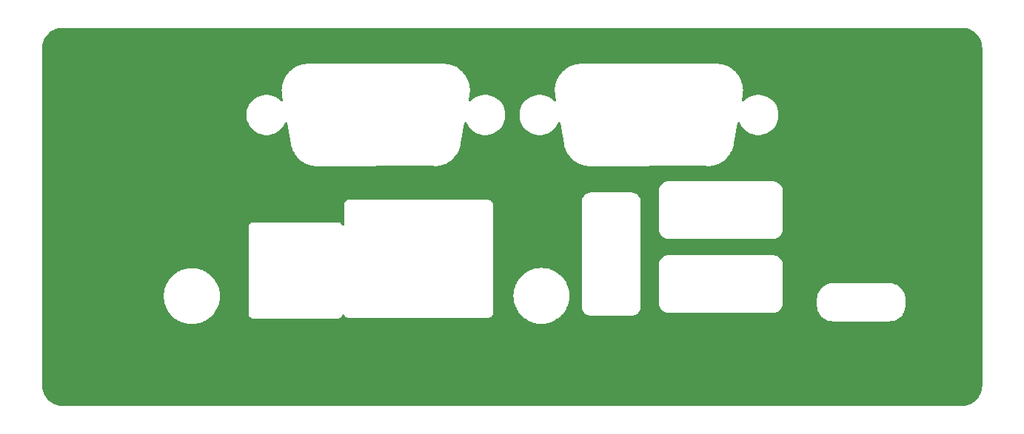
<source format=gbr>
%TF.GenerationSoftware,KiCad,Pcbnew,9.0.0*%
%TF.CreationDate,2025-03-14T14:54:43-04:00*%
%TF.ProjectId,MiniCamel_RearPlate,4d696e69-4361-46d6-956c-5f5265617250,rev?*%
%TF.SameCoordinates,Original*%
%TF.FileFunction,Copper,L1,Top*%
%TF.FilePolarity,Positive*%
%FSLAX46Y46*%
G04 Gerber Fmt 4.6, Leading zero omitted, Abs format (unit mm)*
G04 Created by KiCad (PCBNEW 9.0.0) date 2025-03-14 14:54:43*
%MOMM*%
%LPD*%
G01*
G04 APERTURE LIST*
%TA.AperFunction,ComponentPad*%
%ADD10C,4.064000*%
%TD*%
G04 APERTURE END LIST*
D10*
%TO.P,REF\u002A\u002A,1*%
%TO.N,GND*%
X81310000Y-71791723D03*
%TO.P,REF\u002A\u002A,2*%
X182460000Y-71791723D03*
%TO.P,REF\u002A\u002A,3*%
X81310000Y-109010000D03*
%TO.P,REF\u002A\u002A,4*%
X182460000Y-109010000D03*
%TD*%
%TA.AperFunction,Conductor*%
%TO.N,GND*%
G36*
X183304558Y-68710725D02*
G01*
X183571615Y-68726882D01*
X183586480Y-68728687D01*
X183845951Y-68776238D01*
X183860484Y-68779821D01*
X184112328Y-68858300D01*
X184126327Y-68863610D01*
X184366871Y-68971872D01*
X184380128Y-68978829D01*
X184605882Y-69115303D01*
X184618193Y-69123801D01*
X184733486Y-69214127D01*
X184825851Y-69286490D01*
X184837059Y-69296420D01*
X185023579Y-69482940D01*
X185033509Y-69494148D01*
X185196194Y-69701800D01*
X185204700Y-69714123D01*
X185341169Y-69939870D01*
X185348127Y-69953128D01*
X185456389Y-70193672D01*
X185461699Y-70207673D01*
X185540177Y-70459512D01*
X185543761Y-70474051D01*
X185591312Y-70733520D01*
X185593117Y-70748384D01*
X185609274Y-71015441D01*
X185609500Y-71022929D01*
X185609500Y-109697070D01*
X185609274Y-109704558D01*
X185593117Y-109971615D01*
X185591312Y-109986479D01*
X185543761Y-110245948D01*
X185540177Y-110260487D01*
X185461699Y-110512326D01*
X185456389Y-110526327D01*
X185348127Y-110766871D01*
X185341169Y-110780129D01*
X185204700Y-111005876D01*
X185196194Y-111018199D01*
X185033509Y-111225851D01*
X185023579Y-111237059D01*
X184837059Y-111423579D01*
X184825851Y-111433509D01*
X184618199Y-111596194D01*
X184605876Y-111604700D01*
X184380129Y-111741169D01*
X184366871Y-111748127D01*
X184126327Y-111856389D01*
X184112326Y-111861699D01*
X183860487Y-111940177D01*
X183845948Y-111943761D01*
X183586479Y-111991312D01*
X183571615Y-111993117D01*
X183304559Y-112009274D01*
X183297071Y-112009500D01*
X80440655Y-112009500D01*
X80433168Y-112009274D01*
X80163971Y-111992990D01*
X80149107Y-111991185D01*
X79887532Y-111943251D01*
X79872993Y-111939667D01*
X79619116Y-111860556D01*
X79605115Y-111855247D01*
X79362608Y-111746104D01*
X79349349Y-111739145D01*
X79121773Y-111601570D01*
X79109450Y-111593064D01*
X78900113Y-111429059D01*
X78888905Y-111419129D01*
X78700870Y-111231094D01*
X78690940Y-111219886D01*
X78679627Y-111205446D01*
X78526931Y-111010543D01*
X78518433Y-110998232D01*
X78380851Y-110770644D01*
X78373899Y-110757398D01*
X78264750Y-110514880D01*
X78259443Y-110500883D01*
X78180329Y-110246995D01*
X78176750Y-110232477D01*
X78128813Y-109970888D01*
X78127009Y-109956028D01*
X78110726Y-109686832D01*
X78110500Y-109679345D01*
X78110500Y-99409470D01*
X92015422Y-99409470D01*
X92015422Y-99470529D01*
X92035107Y-99795970D01*
X92042465Y-99856560D01*
X92101239Y-100177284D01*
X92115849Y-100236554D01*
X92212842Y-100547813D01*
X92234486Y-100604886D01*
X92352043Y-100866088D01*
X92368304Y-100902217D01*
X92396666Y-100956257D01*
X92396677Y-100956277D01*
X92511445Y-101146125D01*
X92553756Y-101216117D01*
X92565341Y-101235280D01*
X92565346Y-101235289D01*
X92573242Y-101246728D01*
X92600023Y-101285526D01*
X92600027Y-101285531D01*
X92801093Y-101542175D01*
X92801094Y-101542176D01*
X92841569Y-101587862D01*
X92841603Y-101587898D01*
X93072101Y-101818396D01*
X93072137Y-101818430D01*
X93117823Y-101858905D01*
X93117824Y-101858906D01*
X93269838Y-101978000D01*
X93374474Y-102059977D01*
X93424710Y-102094653D01*
X93703732Y-102263328D01*
X93757783Y-102291696D01*
X94055103Y-102425509D01*
X94055110Y-102425511D01*
X94055113Y-102425513D01*
X94068848Y-102430721D01*
X94112179Y-102447155D01*
X94178146Y-102467711D01*
X94423445Y-102544150D01*
X94423455Y-102544152D01*
X94423460Y-102544154D01*
X94447255Y-102550019D01*
X94482715Y-102558760D01*
X94482722Y-102558761D01*
X94482729Y-102558763D01*
X94803432Y-102617534D01*
X94856455Y-102623972D01*
X94864029Y-102624892D01*
X94902172Y-102627199D01*
X95189479Y-102644578D01*
X95189492Y-102644578D01*
X95250508Y-102644578D01*
X95250521Y-102644578D01*
X95575970Y-102624892D01*
X95636568Y-102617534D01*
X95957271Y-102558763D01*
X95957280Y-102558760D01*
X95957284Y-102558760D01*
X95973355Y-102554798D01*
X96016540Y-102544154D01*
X96016548Y-102544151D01*
X96016554Y-102544150D01*
X96148474Y-102503041D01*
X96327821Y-102447155D01*
X96384897Y-102425509D01*
X96682217Y-102291696D01*
X96736268Y-102263328D01*
X97015290Y-102094653D01*
X97065526Y-102059977D01*
X97290282Y-101883892D01*
X97322175Y-101858906D01*
X97322176Y-101858905D01*
X97362950Y-101822782D01*
X97367873Y-101818421D01*
X97598421Y-101587873D01*
X97638900Y-101542182D01*
X97638905Y-101542176D01*
X97638906Y-101542175D01*
X97739699Y-101413521D01*
X97839977Y-101285526D01*
X97874653Y-101235290D01*
X98043328Y-100956268D01*
X98071696Y-100902217D01*
X98205509Y-100604897D01*
X98227155Y-100547821D01*
X98314815Y-100266510D01*
X98324150Y-100236554D01*
X98324151Y-100236548D01*
X98324154Y-100236540D01*
X98338763Y-100177271D01*
X98397534Y-99856568D01*
X98404892Y-99795970D01*
X98424578Y-99470521D01*
X98424578Y-99409479D01*
X98404892Y-99084030D01*
X98397534Y-99023432D01*
X98338763Y-98702729D01*
X98335145Y-98688052D01*
X98324150Y-98643445D01*
X98227157Y-98332186D01*
X98227155Y-98332179D01*
X98205509Y-98275103D01*
X98071696Y-97977783D01*
X98043328Y-97923732D01*
X97874653Y-97644710D01*
X97839977Y-97594474D01*
X97802326Y-97546417D01*
X97638906Y-97337824D01*
X97638905Y-97337823D01*
X97598430Y-97292137D01*
X97598396Y-97292101D01*
X97367898Y-97061603D01*
X97367862Y-97061569D01*
X97322176Y-97021094D01*
X97322175Y-97021093D01*
X97065531Y-96820027D01*
X97065526Y-96820023D01*
X97015290Y-96785347D01*
X97015289Y-96785346D01*
X97015280Y-96785341D01*
X96736277Y-96616677D01*
X96736271Y-96616674D01*
X96736268Y-96616672D01*
X96682217Y-96588304D01*
X96682215Y-96588303D01*
X96682211Y-96588301D01*
X96384886Y-96454486D01*
X96327813Y-96432842D01*
X96016554Y-96335849D01*
X95957284Y-96321239D01*
X95812745Y-96294751D01*
X95636568Y-96262466D01*
X95636560Y-96262465D01*
X95575970Y-96255107D01*
X95250529Y-96235422D01*
X95250521Y-96235422D01*
X95189479Y-96235422D01*
X95189470Y-96235422D01*
X94864029Y-96255107D01*
X94803439Y-96262465D01*
X94803436Y-96262465D01*
X94803432Y-96262466D01*
X94696531Y-96282056D01*
X94482715Y-96321239D01*
X94423445Y-96335849D01*
X94112186Y-96432842D01*
X94055113Y-96454486D01*
X93757788Y-96588301D01*
X93703722Y-96616677D01*
X93424719Y-96785341D01*
X93424710Y-96785346D01*
X93374468Y-96820027D01*
X93117824Y-97021093D01*
X93117823Y-97021094D01*
X93072137Y-97061569D01*
X93072101Y-97061603D01*
X92841603Y-97292101D01*
X92841569Y-97292137D01*
X92801094Y-97337823D01*
X92801093Y-97337824D01*
X92600027Y-97594468D01*
X92565346Y-97644710D01*
X92565341Y-97644719D01*
X92396677Y-97923722D01*
X92368301Y-97977788D01*
X92234486Y-98275113D01*
X92212842Y-98332186D01*
X92115849Y-98643445D01*
X92101239Y-98702715D01*
X92042465Y-99023439D01*
X92035107Y-99084029D01*
X92015422Y-99409470D01*
X78110500Y-99409470D01*
X78110500Y-91411608D01*
X101744782Y-91411608D01*
X101744782Y-101411608D01*
X101744782Y-101543392D01*
X101751751Y-101569400D01*
X101778890Y-101670687D01*
X101810140Y-101724813D01*
X101844782Y-101784814D01*
X101937968Y-101878000D01*
X102052096Y-101943892D01*
X102179390Y-101978000D01*
X102179392Y-101978000D01*
X112011172Y-101978000D01*
X112011174Y-101978000D01*
X112138468Y-101943892D01*
X112252596Y-101878000D01*
X112345782Y-101784814D01*
X112411674Y-101670686D01*
X112430905Y-101598912D01*
X112467268Y-101539255D01*
X112530115Y-101508725D01*
X112599491Y-101517019D01*
X112653369Y-101561504D01*
X112670453Y-101598913D01*
X112673607Y-101610684D01*
X112673607Y-101610685D01*
X112677634Y-101617659D01*
X112739500Y-101724814D01*
X112832686Y-101818000D01*
X112931521Y-101875063D01*
X112936603Y-101877997D01*
X112946814Y-101883892D01*
X113074108Y-101918000D01*
X113074110Y-101918000D01*
X129205890Y-101918000D01*
X129205892Y-101918000D01*
X129333186Y-101883892D01*
X129447314Y-101818000D01*
X129540500Y-101724814D01*
X129606392Y-101610686D01*
X129640500Y-101483392D01*
X129640500Y-99373347D01*
X131994881Y-99373347D01*
X131994881Y-99434406D01*
X132014566Y-99759847D01*
X132018953Y-99795970D01*
X132021925Y-99820445D01*
X132028545Y-99856568D01*
X132080698Y-100141161D01*
X132095308Y-100200431D01*
X132192301Y-100511690D01*
X132213945Y-100568763D01*
X132346223Y-100862674D01*
X132347763Y-100866094D01*
X132374480Y-100917000D01*
X132376136Y-100920154D01*
X132544800Y-101199157D01*
X132544805Y-101199166D01*
X132548942Y-101205159D01*
X132579482Y-101249403D01*
X132579486Y-101249408D01*
X132780552Y-101506052D01*
X132780553Y-101506053D01*
X132821028Y-101551739D01*
X132821062Y-101551775D01*
X133051560Y-101782273D01*
X133051596Y-101782307D01*
X133097282Y-101822782D01*
X133097283Y-101822783D01*
X133270965Y-101958853D01*
X133353933Y-102023854D01*
X133404169Y-102058530D01*
X133683191Y-102227205D01*
X133737242Y-102255573D01*
X134034562Y-102389386D01*
X134034569Y-102389388D01*
X134034572Y-102389390D01*
X134048307Y-102394598D01*
X134091638Y-102411032D01*
X134138109Y-102425513D01*
X134402904Y-102508027D01*
X134402914Y-102508029D01*
X134402919Y-102508031D01*
X134426714Y-102513896D01*
X134462174Y-102522637D01*
X134462181Y-102522638D01*
X134462188Y-102522640D01*
X134782891Y-102581411D01*
X134835914Y-102587849D01*
X134843488Y-102588769D01*
X134881631Y-102591076D01*
X135168938Y-102608455D01*
X135168951Y-102608455D01*
X135229967Y-102608455D01*
X135229980Y-102608455D01*
X135555429Y-102588769D01*
X135616027Y-102581411D01*
X135936730Y-102522640D01*
X135936739Y-102522637D01*
X135936743Y-102522637D01*
X135952814Y-102518675D01*
X135995999Y-102508031D01*
X135996007Y-102508028D01*
X135996013Y-102508027D01*
X136127933Y-102466918D01*
X136307280Y-102411032D01*
X136364356Y-102389386D01*
X136661676Y-102255573D01*
X136715727Y-102227205D01*
X136994749Y-102058530D01*
X137044985Y-102023854D01*
X137255527Y-101858905D01*
X137301634Y-101822783D01*
X137301635Y-101822782D01*
X137301641Y-101822777D01*
X137347332Y-101782298D01*
X137577880Y-101551750D01*
X137618359Y-101506059D01*
X137618364Y-101506053D01*
X137618365Y-101506052D01*
X137692357Y-101411608D01*
X137819436Y-101249403D01*
X137854112Y-101199167D01*
X138022787Y-100920145D01*
X138051155Y-100866094D01*
X138184968Y-100568774D01*
X138206614Y-100511698D01*
X138282992Y-100266593D01*
X138303609Y-100200431D01*
X138303610Y-100200425D01*
X138303613Y-100200417D01*
X138318222Y-100141148D01*
X138376993Y-99820445D01*
X138384351Y-99759847D01*
X138404037Y-99434398D01*
X138404037Y-99373356D01*
X138384351Y-99047907D01*
X138376993Y-98987309D01*
X138318222Y-98666606D01*
X138303613Y-98607337D01*
X138303611Y-98607332D01*
X138303609Y-98607322D01*
X138227170Y-98362023D01*
X138206614Y-98296056D01*
X138184968Y-98238980D01*
X138051155Y-97941660D01*
X138022787Y-97887609D01*
X137854112Y-97608587D01*
X137819436Y-97558351D01*
X137781785Y-97510294D01*
X137618365Y-97301701D01*
X137618364Y-97301700D01*
X137577889Y-97256014D01*
X137577855Y-97255978D01*
X137347357Y-97025480D01*
X137347321Y-97025446D01*
X137301635Y-96984971D01*
X137301634Y-96984970D01*
X137044990Y-96783904D01*
X137044985Y-96783900D01*
X136994749Y-96749224D01*
X136994748Y-96749223D01*
X136994739Y-96749218D01*
X136715736Y-96580554D01*
X136715730Y-96580551D01*
X136715727Y-96580549D01*
X136661676Y-96552181D01*
X136661674Y-96552180D01*
X136661670Y-96552178D01*
X136364345Y-96418363D01*
X136307272Y-96396719D01*
X135996013Y-96299726D01*
X135936743Y-96285116D01*
X135792204Y-96258628D01*
X135616027Y-96226343D01*
X135616019Y-96226342D01*
X135555429Y-96218984D01*
X135229988Y-96199299D01*
X135229980Y-96199299D01*
X135168938Y-96199299D01*
X135168929Y-96199299D01*
X134843488Y-96218984D01*
X134782898Y-96226342D01*
X134782895Y-96226342D01*
X134782891Y-96226343D01*
X134675990Y-96245933D01*
X134462174Y-96285116D01*
X134402904Y-96299726D01*
X134091645Y-96396719D01*
X134034572Y-96418363D01*
X133737247Y-96552178D01*
X133683181Y-96580554D01*
X133404178Y-96749218D01*
X133404169Y-96749223D01*
X133353927Y-96783904D01*
X133097283Y-96984970D01*
X133097282Y-96984971D01*
X133051596Y-97025446D01*
X133051560Y-97025480D01*
X132821062Y-97255978D01*
X132821028Y-97256014D01*
X132780553Y-97301700D01*
X132780552Y-97301701D01*
X132579486Y-97558345D01*
X132544805Y-97608587D01*
X132544800Y-97608596D01*
X132376136Y-97887599D01*
X132347760Y-97941665D01*
X132213945Y-98238990D01*
X132192301Y-98296063D01*
X132095308Y-98607322D01*
X132080698Y-98666592D01*
X132063538Y-98760232D01*
X132026167Y-98964164D01*
X132021924Y-98987316D01*
X132014566Y-99047906D01*
X131994881Y-99373347D01*
X129640500Y-99373347D01*
X129640500Y-88851608D01*
X129606392Y-88724314D01*
X129606390Y-88724310D01*
X129586922Y-88690590D01*
X129586921Y-88690589D01*
X129579587Y-88677887D01*
X129551642Y-88629484D01*
X139815483Y-88629484D01*
X139815483Y-100610516D01*
X139815705Y-100625498D01*
X139817882Y-100698801D01*
X139834882Y-100814622D01*
X139834882Y-100814626D01*
X139847757Y-100862675D01*
X139872830Y-100956253D01*
X139872831Y-100956254D01*
X139872834Y-100956264D01*
X139923330Y-101078171D01*
X139923332Y-101078175D01*
X139996642Y-101205151D01*
X139996645Y-101205155D01*
X139996649Y-101205161D01*
X140076975Y-101309842D01*
X140076983Y-101309851D01*
X140180641Y-101413509D01*
X140180649Y-101413516D01*
X140180650Y-101413517D01*
X140216820Y-101441271D01*
X140285330Y-101493842D01*
X140285333Y-101493844D01*
X140285341Y-101493850D01*
X140412317Y-101567160D01*
X140534237Y-101617661D01*
X140675860Y-101655608D01*
X140791686Y-101672609D01*
X140840558Y-101674060D01*
X140864993Y-101674786D01*
X140879976Y-101675009D01*
X140880000Y-101675009D01*
X145480024Y-101675009D01*
X145495006Y-101674786D01*
X145568296Y-101672610D01*
X145568302Y-101672609D01*
X145568314Y-101672609D01*
X145616965Y-101665467D01*
X145684133Y-101655609D01*
X145684137Y-101655607D01*
X145684143Y-101655607D01*
X145825766Y-101617659D01*
X145947680Y-101567161D01*
X146074656Y-101493852D01*
X146179352Y-101413516D01*
X146283027Y-101309840D01*
X146363357Y-101205151D01*
X146436667Y-101078176D01*
X146487169Y-100956254D01*
X146525116Y-100814630D01*
X146542117Y-100698805D01*
X146544294Y-100625496D01*
X146544517Y-100610491D01*
X146544517Y-100127177D01*
X148647079Y-100127177D01*
X148647079Y-100134750D01*
X148647079Y-100134752D01*
X148647081Y-100177271D01*
X148647082Y-100200645D01*
X148647082Y-100274338D01*
X148647102Y-100274654D01*
X148647103Y-100301238D01*
X148647104Y-100301250D01*
X148682047Y-100499380D01*
X148750859Y-100688432D01*
X148750867Y-100688449D01*
X148851457Y-100862671D01*
X148851464Y-100862682D01*
X148980784Y-101016800D01*
X148980788Y-101016803D01*
X149134911Y-101146131D01*
X149204606Y-101186371D01*
X149309143Y-101246729D01*
X149309146Y-101246730D01*
X149309149Y-101246732D01*
X149498209Y-101315550D01*
X149668276Y-101345544D01*
X149696340Y-101350494D01*
X149696344Y-101350495D01*
X149696346Y-101350495D01*
X149731063Y-101350496D01*
X149731076Y-101350500D01*
X149796943Y-101350500D01*
X149862835Y-101350503D01*
X149862839Y-101350501D01*
X149871074Y-101350502D01*
X149871119Y-101350500D01*
X161592316Y-101350500D01*
X161592320Y-101350501D01*
X161658212Y-101350500D01*
X161724099Y-101350500D01*
X161732299Y-101350500D01*
X161732582Y-101350481D01*
X161758810Y-101350481D01*
X161758812Y-101350481D01*
X161956954Y-101315541D01*
X162146019Y-101246727D01*
X162320263Y-101146127D01*
X162474391Y-101016799D01*
X162603720Y-100862673D01*
X162704321Y-100688430D01*
X162773138Y-100499366D01*
X162808080Y-100301224D01*
X162808080Y-100266510D01*
X162808082Y-100266506D01*
X162808082Y-100200417D01*
X162808084Y-100134733D01*
X162808083Y-100134732D01*
X162808084Y-100127147D01*
X162808082Y-100127115D01*
X162808082Y-99780069D01*
X166713946Y-99780069D01*
X166713946Y-100480069D01*
X166714066Y-100491083D01*
X166715759Y-100568763D01*
X166716597Y-100607226D01*
X166724156Y-100683985D01*
X166764489Y-100912724D01*
X166764493Y-100912742D01*
X166787293Y-100997837D01*
X166787296Y-100997847D01*
X166787297Y-100997848D01*
X166866741Y-101216117D01*
X166866744Y-101216124D01*
X166866745Y-101216126D01*
X166866748Y-101216134D01*
X166903974Y-101295964D01*
X166903982Y-101295980D01*
X167020114Y-101497128D01*
X167020178Y-101497219D01*
X167069150Y-101567160D01*
X167070661Y-101569317D01*
X167070663Y-101569320D01*
X167143068Y-101655608D01*
X167219963Y-101747247D01*
X167282268Y-101809552D01*
X167341084Y-101858905D01*
X167460194Y-101958851D01*
X167460198Y-101958853D01*
X167460202Y-101958857D01*
X167532383Y-102009398D01*
X167532386Y-102009400D01*
X167532385Y-102009400D01*
X167680058Y-102094658D01*
X167733541Y-102125536D01*
X167760160Y-102137948D01*
X167813380Y-102162766D01*
X167813384Y-102162767D01*
X167813398Y-102162774D01*
X168031667Y-102242218D01*
X168031673Y-102242219D01*
X168031677Y-102242221D01*
X168061682Y-102250260D01*
X168116781Y-102265024D01*
X168345529Y-102305358D01*
X168422293Y-102312918D01*
X168538432Y-102315449D01*
X168549446Y-102315569D01*
X168549484Y-102315569D01*
X174999399Y-102315569D01*
X174999446Y-102315569D01*
X175009815Y-102315463D01*
X175125967Y-102313080D01*
X175203375Y-102305507D01*
X175203385Y-102305505D01*
X175203387Y-102305505D01*
X175233537Y-102300188D01*
X175432149Y-102265169D01*
X175517262Y-102242363D01*
X175735556Y-102162911D01*
X175735561Y-102162909D01*
X175762175Y-102150498D01*
X175815415Y-102125672D01*
X176016595Y-102009521D01*
X176088775Y-101958980D01*
X176266730Y-101809658D01*
X176329036Y-101747353D01*
X176478358Y-101569399D01*
X176528899Y-101497219D01*
X176645051Y-101296038D01*
X176682289Y-101216181D01*
X176761742Y-100997888D01*
X176784548Y-100912774D01*
X176824887Y-100684000D01*
X176832461Y-100606572D01*
X176834840Y-100490420D01*
X176834946Y-100480069D01*
X176834946Y-99777379D01*
X176834840Y-99767010D01*
X176832457Y-99650859D01*
X176824883Y-99573449D01*
X176784544Y-99344675D01*
X176762472Y-99262300D01*
X176761741Y-99259571D01*
X176761739Y-99259567D01*
X176761738Y-99259561D01*
X176682285Y-99041268D01*
X176645047Y-98961411D01*
X176528896Y-98760232D01*
X176528888Y-98760221D01*
X176528884Y-98760214D01*
X176478354Y-98688050D01*
X176329046Y-98510113D01*
X176329041Y-98510107D01*
X176329033Y-98510098D01*
X176266727Y-98447792D01*
X176088779Y-98298476D01*
X176088778Y-98298474D01*
X176016590Y-98247929D01*
X176016578Y-98247921D01*
X175815425Y-98131786D01*
X175815416Y-98131782D01*
X175815413Y-98131780D01*
X175735555Y-98094541D01*
X175517262Y-98015089D01*
X175517261Y-98015088D01*
X175517251Y-98015085D01*
X175432156Y-97992285D01*
X175432153Y-97992284D01*
X175432148Y-97992283D01*
X175422325Y-97990551D01*
X175203387Y-97951946D01*
X175125976Y-97944372D01*
X175009847Y-97941986D01*
X175006219Y-97941949D01*
X174999235Y-97941879D01*
X174999207Y-97941879D01*
X174999206Y-97941879D01*
X168549205Y-97944568D01*
X168538504Y-97944687D01*
X168422287Y-97947220D01*
X168345529Y-97954779D01*
X168116790Y-97995112D01*
X168116772Y-97995116D01*
X168031677Y-98017916D01*
X167922532Y-98057642D01*
X167813398Y-98097364D01*
X167813394Y-98097365D01*
X167813388Y-98097368D01*
X167813380Y-98097371D01*
X167733550Y-98134597D01*
X167733534Y-98134605D01*
X167532386Y-98250737D01*
X167460197Y-98301284D01*
X167460194Y-98301286D01*
X167282265Y-98450588D01*
X167219965Y-98512888D01*
X167070663Y-98690817D01*
X167070661Y-98690820D01*
X167020114Y-98763009D01*
X166903982Y-98964157D01*
X166903974Y-98964173D01*
X166866748Y-99044003D01*
X166866745Y-99044011D01*
X166787293Y-99262300D01*
X166764493Y-99347395D01*
X166764489Y-99347413D01*
X166724156Y-99576152D01*
X166716799Y-99650860D01*
X166716597Y-99652916D01*
X166714066Y-99769055D01*
X166713946Y-99780069D01*
X162808082Y-99780069D01*
X162808082Y-95973521D01*
X162808082Y-95965256D01*
X162808085Y-95965248D01*
X162808084Y-95950719D01*
X162808101Y-95950659D01*
X162808099Y-95899356D01*
X162808100Y-95899356D01*
X162808096Y-95798755D01*
X162801663Y-95762277D01*
X162773152Y-95600614D01*
X162773151Y-95600610D01*
X162704329Y-95411544D01*
X162603723Y-95237301D01*
X162474389Y-95083174D01*
X162460585Y-95071591D01*
X162320256Y-94953846D01*
X162320253Y-94953844D01*
X162146013Y-94853251D01*
X162146003Y-94853246D01*
X161956942Y-94784436D01*
X161758798Y-94749500D01*
X161758794Y-94749500D01*
X161724088Y-94749500D01*
X149830814Y-94749500D01*
X149822826Y-94749498D01*
X149822814Y-94749495D01*
X149811976Y-94749495D01*
X149808268Y-94749495D01*
X149808213Y-94749479D01*
X149659827Y-94749487D01*
X149659825Y-94749487D01*
X149506910Y-94776460D01*
X149468576Y-94783222D01*
X149468575Y-94783222D01*
X149468571Y-94783223D01*
X149286092Y-94849650D01*
X149286086Y-94849653D01*
X149117915Y-94946755D01*
X148969151Y-95071591D01*
X148844329Y-95220354D01*
X148747230Y-95388535D01*
X148680807Y-95571028D01*
X148680806Y-95571033D01*
X148647083Y-95762274D01*
X148647082Y-95762277D01*
X148647082Y-95859378D01*
X148647080Y-95933890D01*
X148647082Y-95933919D01*
X148647082Y-100127127D01*
X148647079Y-100127177D01*
X146544517Y-100127177D01*
X146544517Y-91667177D01*
X148637074Y-91667177D01*
X148637077Y-91740645D01*
X148637077Y-91814299D01*
X148637102Y-91814693D01*
X148637103Y-91841237D01*
X148637103Y-91841238D01*
X148672047Y-92039384D01*
X148740862Y-92228437D01*
X148841461Y-92402678D01*
X148970778Y-92556793D01*
X148970782Y-92556796D01*
X148970785Y-92556800D01*
X149124907Y-92686128D01*
X149299143Y-92786729D01*
X149488201Y-92855548D01*
X149686337Y-92890494D01*
X149721056Y-92890496D01*
X149721071Y-92890500D01*
X149786934Y-92890500D01*
X149852827Y-92890504D01*
X149852831Y-92890502D01*
X149860879Y-92890503D01*
X149860942Y-92890500D01*
X161722179Y-92890500D01*
X161722539Y-92890476D01*
X161748799Y-92890476D01*
X161748803Y-92890476D01*
X161946946Y-92855539D01*
X162136011Y-92786725D01*
X162310255Y-92686126D01*
X162464384Y-92556799D01*
X162593714Y-92402673D01*
X162694316Y-92228431D01*
X162694316Y-92228428D01*
X162694319Y-92228425D01*
X162763126Y-92039384D01*
X162763133Y-92039366D01*
X162798075Y-91841224D01*
X162798075Y-91806510D01*
X162798077Y-91806506D01*
X162798077Y-91740603D01*
X162798079Y-91674733D01*
X162798078Y-91674732D01*
X162798079Y-91667147D01*
X162798077Y-91667115D01*
X162798077Y-87513521D01*
X162798077Y-87505256D01*
X162798080Y-87505248D01*
X162798079Y-87490724D01*
X162798101Y-87490647D01*
X162798099Y-87439356D01*
X162798100Y-87439356D01*
X162798096Y-87338754D01*
X162763150Y-87140609D01*
X162694328Y-86951542D01*
X162593722Y-86777298D01*
X162551623Y-86727130D01*
X162464387Y-86623171D01*
X162369027Y-86543159D01*
X162310253Y-86493844D01*
X162136003Y-86393246D01*
X162136001Y-86393245D01*
X162135999Y-86393244D01*
X161946930Y-86324433D01*
X161748786Y-86289499D01*
X161648184Y-86289500D01*
X149820804Y-86289500D01*
X149812817Y-86289498D01*
X149812805Y-86289495D01*
X149801969Y-86289495D01*
X149798263Y-86289495D01*
X149798188Y-86289473D01*
X149649818Y-86289483D01*
X149649817Y-86289483D01*
X149530221Y-86310579D01*
X149458567Y-86323219D01*
X149458565Y-86323219D01*
X149458563Y-86323220D01*
X149276083Y-86389648D01*
X149107907Y-86486755D01*
X149107905Y-86486756D01*
X148959149Y-86611587D01*
X148959145Y-86611590D01*
X148834320Y-86760357D01*
X148737224Y-86928538D01*
X148670802Y-87111030D01*
X148637078Y-87302274D01*
X148637077Y-87302277D01*
X148637077Y-87399378D01*
X148637075Y-87473890D01*
X148637077Y-87473919D01*
X148637077Y-91667127D01*
X148637074Y-91667177D01*
X146544517Y-91667177D01*
X146544517Y-88629509D01*
X146544291Y-88614401D01*
X146542099Y-88541092D01*
X146525104Y-88425381D01*
X146487161Y-88283759D01*
X146436663Y-88161837D01*
X146363357Y-88034861D01*
X146363354Y-88034858D01*
X146363353Y-88034855D01*
X146283028Y-87930169D01*
X146283018Y-87930158D01*
X146179354Y-87826492D01*
X146179345Y-87826484D01*
X146074661Y-87746156D01*
X146074655Y-87746152D01*
X146025396Y-87717711D01*
X145947685Y-87672844D01*
X145825765Y-87622342D01*
X145825763Y-87622341D01*
X145825762Y-87622341D01*
X145684134Y-87584391D01*
X145684135Y-87584391D01*
X145568325Y-87567393D01*
X145568296Y-87567390D01*
X145495006Y-87565214D01*
X145480024Y-87564992D01*
X145480000Y-87564992D01*
X140880000Y-87564992D01*
X140879976Y-87564992D01*
X140864993Y-87565214D01*
X140791690Y-87567391D01*
X140675869Y-87584391D01*
X140675865Y-87584391D01*
X140534237Y-87622340D01*
X140534227Y-87622343D01*
X140412320Y-87672839D01*
X140412316Y-87672841D01*
X140285341Y-87746151D01*
X140285330Y-87746158D01*
X140180649Y-87826484D01*
X140076975Y-87930158D01*
X139996649Y-88034839D01*
X139996642Y-88034850D01*
X139923332Y-88161825D01*
X139923330Y-88161829D01*
X139872834Y-88283736D01*
X139872831Y-88283746D01*
X139834882Y-88425374D01*
X139834882Y-88425378D01*
X139817882Y-88541199D01*
X139815705Y-88614502D01*
X139815483Y-88629484D01*
X129551642Y-88629484D01*
X129540500Y-88610186D01*
X129447314Y-88517000D01*
X129390250Y-88484054D01*
X129333187Y-88451108D01*
X129269539Y-88434054D01*
X129205892Y-88417000D01*
X113205892Y-88417000D01*
X113074108Y-88417000D01*
X112946812Y-88451108D01*
X112832686Y-88517000D01*
X112832683Y-88517002D01*
X112739502Y-88610183D01*
X112739500Y-88610186D01*
X112673608Y-88724312D01*
X112639500Y-88851608D01*
X112639500Y-91216145D01*
X112619815Y-91283184D01*
X112567011Y-91328939D01*
X112497853Y-91338883D01*
X112434297Y-91309858D01*
X112408113Y-91278146D01*
X112402161Y-91267837D01*
X112345782Y-91170186D01*
X112252596Y-91077000D01*
X112195532Y-91044054D01*
X112138469Y-91011108D01*
X112074821Y-90994054D01*
X112011174Y-90977000D01*
X102311174Y-90977000D01*
X102179390Y-90977000D01*
X102052094Y-91011108D01*
X101937968Y-91077000D01*
X101937965Y-91077002D01*
X101844784Y-91170183D01*
X101844782Y-91170186D01*
X101778890Y-91284312D01*
X101766933Y-91328939D01*
X101744782Y-91411608D01*
X78110500Y-91411608D01*
X78110500Y-78531233D01*
X101466000Y-78531233D01*
X101466000Y-78832786D01*
X101466001Y-78832803D01*
X101505361Y-79131776D01*
X101583413Y-79423070D01*
X101698814Y-79701671D01*
X101698818Y-79701681D01*
X101849599Y-79962841D01*
X102033179Y-80202088D01*
X102033185Y-80202095D01*
X102246414Y-80415324D01*
X102246421Y-80415330D01*
X102485668Y-80598910D01*
X102746828Y-80749691D01*
X102746829Y-80749691D01*
X102746832Y-80749693D01*
X102932572Y-80826629D01*
X103025439Y-80865096D01*
X103025440Y-80865096D01*
X103025442Y-80865097D01*
X103316732Y-80943148D01*
X103615717Y-80982510D01*
X103615724Y-80982510D01*
X103917276Y-80982510D01*
X103917283Y-80982510D01*
X104216268Y-80943148D01*
X104507558Y-80865097D01*
X104786168Y-80749693D01*
X105047332Y-80598910D01*
X105286580Y-80415329D01*
X105499819Y-80202090D01*
X105683400Y-79962842D01*
X105834183Y-79701678D01*
X105847239Y-79670158D01*
X105889595Y-79567902D01*
X105933436Y-79513498D01*
X105999730Y-79491433D01*
X106067429Y-79508712D01*
X106115040Y-79559849D01*
X106126237Y-79593622D01*
X106559901Y-82029716D01*
X106560409Y-82032796D01*
X106566528Y-82073011D01*
X106570639Y-82100036D01*
X106571669Y-82106802D01*
X106573080Y-82125454D01*
X106573080Y-82142363D01*
X106573717Y-82147205D01*
X106574463Y-82150831D01*
X106575458Y-82157688D01*
X106575489Y-82158613D01*
X106575688Y-82159272D01*
X106576532Y-82165079D01*
X106576474Y-82165485D01*
X106576538Y-82166063D01*
X106577271Y-82169891D01*
X106581349Y-82182192D01*
X106586235Y-82202551D01*
X106588184Y-82215360D01*
X106588184Y-82215361D01*
X106595900Y-82232981D01*
X106600026Y-82243736D01*
X106601160Y-82247162D01*
X106607188Y-82269656D01*
X106610523Y-82275434D01*
X106614508Y-82287465D01*
X106614538Y-82288342D01*
X106615462Y-82290475D01*
X106712635Y-82611020D01*
X106714724Y-82618818D01*
X106724328Y-82659979D01*
X106726088Y-82664653D01*
X106726562Y-82665667D01*
X106729394Y-82672683D01*
X106729618Y-82673516D01*
X106729993Y-82674167D01*
X106730244Y-82674786D01*
X106730378Y-82675286D01*
X106730603Y-82675676D01*
X106733031Y-82681689D01*
X106733073Y-82681791D01*
X106736149Y-82688584D01*
X106736151Y-82688589D01*
X106736153Y-82688593D01*
X106736154Y-82688594D01*
X106758862Y-82725128D01*
X106762899Y-82732120D01*
X106954684Y-83090817D01*
X106955238Y-83091866D01*
X106960007Y-83100995D01*
X106960534Y-83103143D01*
X106962115Y-83106023D01*
X106963558Y-83111406D01*
X106983409Y-83145789D01*
X106984625Y-83148116D01*
X106984728Y-83148638D01*
X106987664Y-83154354D01*
X107002254Y-83186558D01*
X107004908Y-83189792D01*
X107015292Y-83204511D01*
X107016914Y-83207206D01*
X107019646Y-83212316D01*
X107020605Y-83213340D01*
X107023084Y-83217459D01*
X107026202Y-83221709D01*
X107029154Y-83225148D01*
X107029450Y-83225534D01*
X107051823Y-83247907D01*
X107059999Y-83256928D01*
X107262034Y-83503133D01*
X107316057Y-83568966D01*
X107318223Y-83571682D01*
X107325519Y-83581100D01*
X107329108Y-83588206D01*
X107343506Y-83604315D01*
X107346168Y-83607751D01*
X107346597Y-83608846D01*
X107351619Y-83615365D01*
X107351635Y-83615388D01*
X107363285Y-83633032D01*
X107363833Y-83633664D01*
X107367164Y-83636815D01*
X107374118Y-83643833D01*
X107377748Y-83648898D01*
X107385178Y-83654995D01*
X107389668Y-83659526D01*
X107390658Y-83661359D01*
X107397438Y-83668139D01*
X107399542Y-83670703D01*
X107399544Y-83670705D01*
X107405474Y-83676259D01*
X107405413Y-83676323D01*
X107411541Y-83681825D01*
X107416929Y-83686461D01*
X107416931Y-83686462D01*
X107434604Y-83698031D01*
X107442736Y-83703835D01*
X107445924Y-83706310D01*
X107461884Y-83720463D01*
X107468244Y-83723643D01*
X107477906Y-83731145D01*
X107478436Y-83731879D01*
X107480513Y-83733226D01*
X107789610Y-83986872D01*
X107797749Y-83994176D01*
X107797759Y-83994185D01*
X107814370Y-84010472D01*
X107815144Y-84011238D01*
X107822906Y-84019000D01*
X107822908Y-84019001D01*
X107824285Y-84020378D01*
X107825091Y-84020984D01*
X107825093Y-84020986D01*
X107825095Y-84020987D01*
X107828490Y-84023540D01*
X107831129Y-84025223D01*
X107836127Y-84028805D01*
X107836131Y-84028809D01*
X107836135Y-84028811D01*
X107838523Y-84030088D01*
X107858722Y-84043584D01*
X107861892Y-84046186D01*
X107893988Y-84060726D01*
X107900223Y-84063765D01*
X107902527Y-84064969D01*
X107937034Y-84084892D01*
X107939526Y-84085559D01*
X107939865Y-84085751D01*
X107944662Y-84086985D01*
X107956595Y-84093221D01*
X107956838Y-84093455D01*
X107957634Y-84093770D01*
X108316347Y-84285554D01*
X108323356Y-84289601D01*
X108359807Y-84312265D01*
X108366820Y-84315441D01*
X108367184Y-84315592D01*
X108367407Y-84315702D01*
X108367408Y-84315702D01*
X108374932Y-84318821D01*
X108374934Y-84318822D01*
X108374935Y-84318822D01*
X108380852Y-84321275D01*
X108380862Y-84321250D01*
X108388466Y-84324113D01*
X108388468Y-84324114D01*
X108429638Y-84333717D01*
X108437444Y-84335809D01*
X108827293Y-84454040D01*
X108833931Y-84456260D01*
X108844007Y-84459949D01*
X108848134Y-84462332D01*
X108857009Y-84464709D01*
X108862202Y-84466611D01*
X108864133Y-84468038D01*
X108875463Y-84472364D01*
X108876570Y-84472923D01*
X108893972Y-84476555D01*
X108912269Y-84481870D01*
X108923844Y-84486221D01*
X108928913Y-84488127D01*
X108932658Y-84488494D01*
X108945483Y-84490433D01*
X108951073Y-84491580D01*
X108959120Y-84494021D01*
X108963692Y-84494169D01*
X108973536Y-84496190D01*
X108975426Y-84496439D01*
X108975428Y-84496440D01*
X108976416Y-84496440D01*
X109001748Y-84499055D01*
X109005574Y-84499854D01*
X109023327Y-84498858D01*
X109042368Y-84499254D01*
X109414841Y-84535791D01*
X109421547Y-84536634D01*
X109432438Y-84538306D01*
X109436959Y-84539853D01*
X109446917Y-84540529D01*
X109452092Y-84541324D01*
X109454018Y-84542226D01*
X109465361Y-84544112D01*
X109469458Y-84545210D01*
X109469461Y-84545210D01*
X109470152Y-84545395D01*
X109471176Y-84545529D01*
X109471178Y-84545528D01*
X109471182Y-84545530D01*
X109507621Y-84545496D01*
X109514932Y-84545706D01*
X109517368Y-84545848D01*
X109552068Y-84549252D01*
X109558237Y-84548230D01*
X109568109Y-84548806D01*
X109568433Y-84548785D01*
X109568434Y-84548784D01*
X109568440Y-84548785D01*
X109573756Y-84547740D01*
X109597543Y-84545415D01*
X122871682Y-84533379D01*
X122893202Y-84535242D01*
X122901312Y-84536663D01*
X122902933Y-84537242D01*
X122906048Y-84537494D01*
X122911711Y-84538487D01*
X122911995Y-84538627D01*
X122913849Y-84538881D01*
X122917726Y-84539631D01*
X122917673Y-84539899D01*
X122932776Y-84542501D01*
X122933849Y-84542812D01*
X122933852Y-84542812D01*
X122941889Y-84544031D01*
X122941838Y-84544364D01*
X122944863Y-84544763D01*
X122944894Y-84544493D01*
X122952965Y-84545394D01*
X122952972Y-84545396D01*
X122961916Y-84545220D01*
X122984553Y-84546853D01*
X122992990Y-84548247D01*
X123002591Y-84547301D01*
X123010842Y-84546767D01*
X123017784Y-84546550D01*
X123034286Y-84547888D01*
X123046500Y-84545653D01*
X123055791Y-84545363D01*
X123057181Y-84545724D01*
X123062099Y-84545327D01*
X123065608Y-84545396D01*
X123065617Y-84545393D01*
X123073682Y-84544493D01*
X123073712Y-84544763D01*
X123076743Y-84544364D01*
X123076693Y-84544031D01*
X123084724Y-84542813D01*
X123084727Y-84542812D01*
X123084732Y-84542812D01*
X123092641Y-84540525D01*
X123114916Y-84536245D01*
X123489437Y-84499383D01*
X123496137Y-84498908D01*
X123502552Y-84498627D01*
X123525386Y-84499999D01*
X123540105Y-84496986D01*
X123549923Y-84496558D01*
X123551158Y-84496862D01*
X123555336Y-84496440D01*
X123557530Y-84496440D01*
X123557532Y-84496440D01*
X123557533Y-84496439D01*
X123565592Y-84495378D01*
X123565664Y-84495930D01*
X123565906Y-84495895D01*
X123565816Y-84495345D01*
X123573836Y-84494021D01*
X123573840Y-84494021D01*
X123574300Y-84493881D01*
X123576515Y-84493210D01*
X123600368Y-84488465D01*
X123604200Y-84488089D01*
X123619583Y-84482299D01*
X123626947Y-84479789D01*
X123632597Y-84478058D01*
X123654495Y-84473579D01*
X123665966Y-84467842D01*
X123675861Y-84464813D01*
X123676923Y-84464800D01*
X123680075Y-84463604D01*
X123684826Y-84462332D01*
X123684830Y-84462329D01*
X123684832Y-84462329D01*
X123692336Y-84459221D01*
X123692546Y-84459730D01*
X123705671Y-84454038D01*
X124094769Y-84336035D01*
X124098319Y-84335017D01*
X124100423Y-84334446D01*
X124144859Y-84324070D01*
X124151146Y-84320706D01*
X124158441Y-84318730D01*
X124160052Y-84318062D01*
X124160056Y-84318062D01*
X124160058Y-84318060D01*
X124165776Y-84315694D01*
X124165743Y-84315621D01*
X124173148Y-84312265D01*
X124173152Y-84312265D01*
X124193401Y-84299674D01*
X124208108Y-84290531D01*
X124215090Y-84286498D01*
X124216855Y-84285554D01*
X124573667Y-84094671D01*
X124574369Y-84094300D01*
X124586961Y-84087684D01*
X124592863Y-84086145D01*
X124628901Y-84065650D01*
X124630713Y-84064699D01*
X124631152Y-84064610D01*
X124637206Y-84061526D01*
X124671068Y-84046186D01*
X124674321Y-84043516D01*
X124686582Y-84034649D01*
X124690439Y-84032203D01*
X124696921Y-84028736D01*
X124699038Y-84026750D01*
X124706429Y-84022065D01*
X124707857Y-84020991D01*
X124707867Y-84020986D01*
X124735208Y-83994176D01*
X124743347Y-83986872D01*
X125052474Y-83733204D01*
X125055054Y-83731145D01*
X125064712Y-83723644D01*
X125071076Y-83720463D01*
X125087037Y-83706307D01*
X125090225Y-83703833D01*
X125091333Y-83703397D01*
X125098366Y-83698022D01*
X125116028Y-83686462D01*
X125116033Y-83686455D01*
X125116381Y-83686157D01*
X125120810Y-83681522D01*
X125127606Y-83674866D01*
X125133418Y-83670702D01*
X125139796Y-83662929D01*
X125144608Y-83658217D01*
X125146398Y-83657263D01*
X125152710Y-83650951D01*
X125155213Y-83648898D01*
X125155215Y-83648894D01*
X125160769Y-83642966D01*
X125160953Y-83643139D01*
X125164447Y-83639263D01*
X125164346Y-83639175D01*
X125169672Y-83633032D01*
X125169677Y-83633028D01*
X125181336Y-83615367D01*
X125186783Y-83607760D01*
X125189446Y-83604322D01*
X125203852Y-83588207D01*
X125207443Y-83581093D01*
X125214740Y-83571676D01*
X125215489Y-83571133D01*
X125216901Y-83568966D01*
X125472962Y-83256924D01*
X125481132Y-83247911D01*
X125503450Y-83225594D01*
X125503450Y-83225593D01*
X125503510Y-83225534D01*
X125503565Y-83225438D01*
X125507175Y-83220557D01*
X125508996Y-83218658D01*
X125510191Y-83216480D01*
X125513120Y-83212520D01*
X125513319Y-83212309D01*
X125514560Y-83209987D01*
X125528064Y-83189776D01*
X125530706Y-83186558D01*
X125545317Y-83154304D01*
X125548338Y-83148107D01*
X125549535Y-83145814D01*
X125569402Y-83111406D01*
X125570844Y-83106023D01*
X125572426Y-83103143D01*
X125572953Y-83100987D01*
X125577724Y-83091856D01*
X125577960Y-83091610D01*
X125578276Y-83090811D01*
X125769977Y-82732253D01*
X125774003Y-82725281D01*
X125796786Y-82688640D01*
X125796787Y-82688635D01*
X125796789Y-82688633D01*
X125799437Y-82682787D01*
X125799964Y-82681560D01*
X125799973Y-82681548D01*
X125800272Y-82680828D01*
X125800568Y-82680122D01*
X125805054Y-82669482D01*
X125805137Y-82669099D01*
X125805730Y-82667672D01*
X125806240Y-82667884D01*
X125806283Y-82667776D01*
X125805760Y-82667580D01*
X125808623Y-82659975D01*
X125813196Y-82640375D01*
X125818184Y-82618986D01*
X125820279Y-82611172D01*
X125820325Y-82611020D01*
X125938612Y-82220977D01*
X125938887Y-82220087D01*
X125942983Y-82207003D01*
X125946852Y-82200306D01*
X125957346Y-82161137D01*
X125958114Y-82158686D01*
X125958405Y-82158249D01*
X125960362Y-82152151D01*
X125972672Y-82119378D01*
X125972672Y-82119372D01*
X125973290Y-82116717D01*
X125974297Y-82110108D01*
X125975751Y-82103108D01*
X125976770Y-82100036D01*
X125976918Y-82097492D01*
X125978249Y-82091088D01*
X125978540Y-82089322D01*
X125978542Y-82089318D01*
X125978542Y-82089312D01*
X125979868Y-82081285D01*
X125980418Y-82081375D01*
X125980452Y-82081148D01*
X125979898Y-82081076D01*
X125980960Y-82073011D01*
X125980960Y-82040665D01*
X125981548Y-82028605D01*
X125982110Y-82022854D01*
X125983385Y-82013498D01*
X125993408Y-81956336D01*
X126407355Y-79595620D01*
X126438322Y-79532990D01*
X126498235Y-79497043D01*
X126568071Y-79499193D01*
X126625659Y-79538759D01*
X126644052Y-79569586D01*
X126698763Y-79701671D01*
X126698768Y-79701681D01*
X126849549Y-79962841D01*
X127033129Y-80202088D01*
X127033135Y-80202095D01*
X127246364Y-80415324D01*
X127246371Y-80415330D01*
X127485618Y-80598910D01*
X127746778Y-80749691D01*
X127746779Y-80749691D01*
X127746782Y-80749693D01*
X127932522Y-80826629D01*
X128025389Y-80865096D01*
X128025390Y-80865096D01*
X128025392Y-80865097D01*
X128316682Y-80943148D01*
X128615667Y-80982510D01*
X128615674Y-80982510D01*
X128917226Y-80982510D01*
X128917233Y-80982510D01*
X129216218Y-80943148D01*
X129507508Y-80865097D01*
X129786118Y-80749693D01*
X130047282Y-80598910D01*
X130286530Y-80415329D01*
X130499769Y-80202090D01*
X130683350Y-79962842D01*
X130834133Y-79701678D01*
X130949537Y-79423068D01*
X131027588Y-79131778D01*
X131066950Y-78832793D01*
X131066950Y-78531233D01*
X132694000Y-78531233D01*
X132694000Y-78832786D01*
X132694001Y-78832803D01*
X132733361Y-79131776D01*
X132811413Y-79423070D01*
X132926814Y-79701671D01*
X132926818Y-79701681D01*
X133077599Y-79962841D01*
X133261179Y-80202088D01*
X133261185Y-80202095D01*
X133474414Y-80415324D01*
X133474421Y-80415330D01*
X133713668Y-80598910D01*
X133974828Y-80749691D01*
X133974829Y-80749691D01*
X133974832Y-80749693D01*
X134160572Y-80826629D01*
X134253439Y-80865096D01*
X134253440Y-80865096D01*
X134253442Y-80865097D01*
X134544732Y-80943148D01*
X134843717Y-80982510D01*
X134843724Y-80982510D01*
X135145276Y-80982510D01*
X135145283Y-80982510D01*
X135444268Y-80943148D01*
X135735558Y-80865097D01*
X136014168Y-80749693D01*
X136275332Y-80598910D01*
X136514580Y-80415329D01*
X136727819Y-80202090D01*
X136911400Y-79962842D01*
X137062183Y-79701678D01*
X137075239Y-79670158D01*
X137117595Y-79567902D01*
X137161436Y-79513498D01*
X137227730Y-79491433D01*
X137295429Y-79508712D01*
X137343040Y-79559849D01*
X137354237Y-79593622D01*
X137787901Y-82029716D01*
X137788409Y-82032796D01*
X137794528Y-82073011D01*
X137798639Y-82100036D01*
X137799669Y-82106802D01*
X137801080Y-82125454D01*
X137801080Y-82142363D01*
X137801717Y-82147205D01*
X137802463Y-82150831D01*
X137803458Y-82157688D01*
X137803489Y-82158613D01*
X137803688Y-82159272D01*
X137804532Y-82165079D01*
X137804474Y-82165485D01*
X137804538Y-82166063D01*
X137805271Y-82169891D01*
X137809349Y-82182192D01*
X137814235Y-82202551D01*
X137816184Y-82215360D01*
X137816184Y-82215361D01*
X137823900Y-82232981D01*
X137828026Y-82243736D01*
X137829160Y-82247162D01*
X137835188Y-82269656D01*
X137838523Y-82275434D01*
X137842508Y-82287465D01*
X137842538Y-82288342D01*
X137843462Y-82290475D01*
X137940635Y-82611020D01*
X137942724Y-82618818D01*
X137952328Y-82659979D01*
X137954088Y-82664653D01*
X137954562Y-82665667D01*
X137957394Y-82672683D01*
X137957618Y-82673516D01*
X137957993Y-82674167D01*
X137958244Y-82674786D01*
X137958378Y-82675286D01*
X137958603Y-82675676D01*
X137961031Y-82681689D01*
X137961073Y-82681791D01*
X137964149Y-82688584D01*
X137964151Y-82688589D01*
X137964153Y-82688593D01*
X137964154Y-82688594D01*
X137986862Y-82725128D01*
X137990899Y-82732120D01*
X138182684Y-83090817D01*
X138183238Y-83091866D01*
X138188007Y-83100995D01*
X138188534Y-83103143D01*
X138190115Y-83106023D01*
X138191558Y-83111406D01*
X138211409Y-83145789D01*
X138212625Y-83148116D01*
X138212728Y-83148638D01*
X138215664Y-83154354D01*
X138230254Y-83186558D01*
X138232908Y-83189792D01*
X138243292Y-83204511D01*
X138244914Y-83207206D01*
X138247646Y-83212316D01*
X138248605Y-83213340D01*
X138251084Y-83217459D01*
X138254202Y-83221709D01*
X138257154Y-83225148D01*
X138257450Y-83225534D01*
X138279823Y-83247907D01*
X138287999Y-83256928D01*
X138490034Y-83503133D01*
X138544057Y-83568966D01*
X138546223Y-83571682D01*
X138553519Y-83581100D01*
X138557108Y-83588206D01*
X138571506Y-83604315D01*
X138574168Y-83607751D01*
X138574597Y-83608846D01*
X138579619Y-83615365D01*
X138579635Y-83615388D01*
X138591285Y-83633032D01*
X138591833Y-83633664D01*
X138595164Y-83636815D01*
X138602118Y-83643833D01*
X138605748Y-83648898D01*
X138613178Y-83654995D01*
X138617668Y-83659526D01*
X138618658Y-83661359D01*
X138625438Y-83668139D01*
X138627542Y-83670703D01*
X138627544Y-83670705D01*
X138633474Y-83676259D01*
X138633413Y-83676323D01*
X138639541Y-83681825D01*
X138644929Y-83686461D01*
X138644931Y-83686462D01*
X138662604Y-83698031D01*
X138670736Y-83703835D01*
X138673924Y-83706310D01*
X138689884Y-83720463D01*
X138696244Y-83723643D01*
X138705906Y-83731145D01*
X138706436Y-83731879D01*
X138708513Y-83733226D01*
X139017610Y-83986872D01*
X139025749Y-83994176D01*
X139025759Y-83994185D01*
X139042370Y-84010472D01*
X139043144Y-84011238D01*
X139050906Y-84019000D01*
X139050908Y-84019001D01*
X139052285Y-84020378D01*
X139053091Y-84020984D01*
X139053093Y-84020986D01*
X139053095Y-84020987D01*
X139056490Y-84023540D01*
X139059129Y-84025223D01*
X139064127Y-84028805D01*
X139064131Y-84028809D01*
X139064135Y-84028811D01*
X139066523Y-84030088D01*
X139086722Y-84043584D01*
X139089892Y-84046186D01*
X139121988Y-84060726D01*
X139128223Y-84063765D01*
X139130527Y-84064969D01*
X139165034Y-84084892D01*
X139167526Y-84085559D01*
X139167865Y-84085751D01*
X139172662Y-84086985D01*
X139184595Y-84093221D01*
X139184838Y-84093455D01*
X139185634Y-84093770D01*
X139544347Y-84285554D01*
X139551356Y-84289601D01*
X139587807Y-84312265D01*
X139594820Y-84315441D01*
X139595184Y-84315592D01*
X139595407Y-84315702D01*
X139595408Y-84315702D01*
X139602932Y-84318821D01*
X139602934Y-84318822D01*
X139602935Y-84318822D01*
X139608852Y-84321275D01*
X139608862Y-84321250D01*
X139616466Y-84324113D01*
X139616468Y-84324114D01*
X139657638Y-84333717D01*
X139665444Y-84335809D01*
X140055293Y-84454040D01*
X140061931Y-84456260D01*
X140072007Y-84459949D01*
X140076134Y-84462332D01*
X140085009Y-84464709D01*
X140090202Y-84466611D01*
X140092133Y-84468038D01*
X140103463Y-84472364D01*
X140104570Y-84472923D01*
X140121972Y-84476555D01*
X140140269Y-84481870D01*
X140151844Y-84486221D01*
X140156913Y-84488127D01*
X140160658Y-84488494D01*
X140173483Y-84490433D01*
X140179073Y-84491580D01*
X140187120Y-84494021D01*
X140191692Y-84494169D01*
X140201536Y-84496190D01*
X140203426Y-84496439D01*
X140203428Y-84496440D01*
X140204416Y-84496440D01*
X140229748Y-84499055D01*
X140233574Y-84499854D01*
X140251327Y-84498858D01*
X140270368Y-84499254D01*
X140642841Y-84535791D01*
X140649547Y-84536634D01*
X140660438Y-84538306D01*
X140664959Y-84539853D01*
X140674917Y-84540529D01*
X140680092Y-84541324D01*
X140682018Y-84542226D01*
X140693361Y-84544112D01*
X140697458Y-84545210D01*
X140697461Y-84545210D01*
X140698152Y-84545395D01*
X140699176Y-84545529D01*
X140699178Y-84545528D01*
X140699182Y-84545530D01*
X140735621Y-84545496D01*
X140742932Y-84545706D01*
X140745368Y-84545848D01*
X140780068Y-84549252D01*
X140786237Y-84548230D01*
X140796109Y-84548806D01*
X140796433Y-84548785D01*
X140796434Y-84548784D01*
X140796440Y-84548785D01*
X140801756Y-84547740D01*
X140825543Y-84545415D01*
X154099682Y-84533379D01*
X154121202Y-84535242D01*
X154129312Y-84536663D01*
X154130933Y-84537242D01*
X154134048Y-84537494D01*
X154139711Y-84538487D01*
X154139995Y-84538627D01*
X154141849Y-84538881D01*
X154145726Y-84539631D01*
X154145673Y-84539899D01*
X154160776Y-84542501D01*
X154161849Y-84542812D01*
X154161852Y-84542812D01*
X154169889Y-84544031D01*
X154169838Y-84544364D01*
X154172863Y-84544763D01*
X154172894Y-84544493D01*
X154180965Y-84545394D01*
X154180972Y-84545396D01*
X154189916Y-84545220D01*
X154212553Y-84546853D01*
X154220990Y-84548247D01*
X154230591Y-84547301D01*
X154238842Y-84546767D01*
X154245784Y-84546550D01*
X154262286Y-84547888D01*
X154274500Y-84545653D01*
X154283791Y-84545363D01*
X154285181Y-84545724D01*
X154290099Y-84545327D01*
X154293608Y-84545396D01*
X154293617Y-84545393D01*
X154301682Y-84544493D01*
X154301712Y-84544763D01*
X154304743Y-84544364D01*
X154304693Y-84544031D01*
X154312724Y-84542813D01*
X154312727Y-84542812D01*
X154312732Y-84542812D01*
X154320641Y-84540525D01*
X154342916Y-84536245D01*
X154717437Y-84499383D01*
X154724137Y-84498908D01*
X154730552Y-84498627D01*
X154753386Y-84499999D01*
X154768105Y-84496986D01*
X154777923Y-84496558D01*
X154779158Y-84496862D01*
X154783336Y-84496440D01*
X154785530Y-84496440D01*
X154785532Y-84496440D01*
X154785533Y-84496439D01*
X154793592Y-84495378D01*
X154793664Y-84495930D01*
X154793906Y-84495895D01*
X154793816Y-84495345D01*
X154801836Y-84494021D01*
X154801840Y-84494021D01*
X154802300Y-84493881D01*
X154804515Y-84493210D01*
X154828368Y-84488465D01*
X154832200Y-84488089D01*
X154847583Y-84482299D01*
X154854947Y-84479789D01*
X154860597Y-84478058D01*
X154882495Y-84473579D01*
X154893966Y-84467842D01*
X154903861Y-84464813D01*
X154904923Y-84464800D01*
X154908075Y-84463604D01*
X154912826Y-84462332D01*
X154912830Y-84462329D01*
X154912832Y-84462329D01*
X154920336Y-84459221D01*
X154920546Y-84459730D01*
X154933671Y-84454038D01*
X155322769Y-84336035D01*
X155326319Y-84335017D01*
X155328423Y-84334446D01*
X155372859Y-84324070D01*
X155379146Y-84320706D01*
X155386441Y-84318730D01*
X155388052Y-84318062D01*
X155388056Y-84318062D01*
X155388058Y-84318060D01*
X155393776Y-84315694D01*
X155393743Y-84315621D01*
X155401148Y-84312265D01*
X155401152Y-84312265D01*
X155421401Y-84299674D01*
X155436108Y-84290531D01*
X155443090Y-84286498D01*
X155444855Y-84285554D01*
X155801667Y-84094671D01*
X155802369Y-84094300D01*
X155814961Y-84087684D01*
X155820863Y-84086145D01*
X155856901Y-84065650D01*
X155858713Y-84064699D01*
X155859152Y-84064610D01*
X155865206Y-84061526D01*
X155899068Y-84046186D01*
X155902321Y-84043516D01*
X155914582Y-84034649D01*
X155918439Y-84032203D01*
X155924921Y-84028736D01*
X155927038Y-84026750D01*
X155934429Y-84022065D01*
X155935857Y-84020991D01*
X155935867Y-84020986D01*
X155963208Y-83994176D01*
X155971347Y-83986872D01*
X156280474Y-83733204D01*
X156283054Y-83731145D01*
X156292712Y-83723644D01*
X156299076Y-83720463D01*
X156315037Y-83706307D01*
X156318225Y-83703833D01*
X156319333Y-83703397D01*
X156326366Y-83698022D01*
X156344028Y-83686462D01*
X156344033Y-83686455D01*
X156344381Y-83686157D01*
X156348810Y-83681522D01*
X156355606Y-83674866D01*
X156361418Y-83670702D01*
X156367796Y-83662929D01*
X156372608Y-83658217D01*
X156374398Y-83657263D01*
X156380710Y-83650951D01*
X156383213Y-83648898D01*
X156383215Y-83648894D01*
X156388769Y-83642966D01*
X156388953Y-83643139D01*
X156392447Y-83639263D01*
X156392346Y-83639175D01*
X156397672Y-83633032D01*
X156397677Y-83633028D01*
X156409336Y-83615367D01*
X156414783Y-83607760D01*
X156417446Y-83604322D01*
X156431852Y-83588207D01*
X156435443Y-83581093D01*
X156442740Y-83571676D01*
X156443489Y-83571133D01*
X156444901Y-83568966D01*
X156700962Y-83256924D01*
X156709132Y-83247911D01*
X156731450Y-83225594D01*
X156731450Y-83225593D01*
X156731510Y-83225534D01*
X156731565Y-83225438D01*
X156735175Y-83220557D01*
X156736996Y-83218658D01*
X156738191Y-83216480D01*
X156741120Y-83212520D01*
X156741319Y-83212309D01*
X156742560Y-83209987D01*
X156756064Y-83189776D01*
X156758706Y-83186558D01*
X156773317Y-83154304D01*
X156776338Y-83148107D01*
X156777535Y-83145814D01*
X156797402Y-83111406D01*
X156798844Y-83106023D01*
X156800426Y-83103143D01*
X156800953Y-83100987D01*
X156805724Y-83091856D01*
X156805960Y-83091610D01*
X156806276Y-83090811D01*
X156997977Y-82732253D01*
X157002003Y-82725281D01*
X157024786Y-82688640D01*
X157024787Y-82688635D01*
X157024789Y-82688633D01*
X157027437Y-82682787D01*
X157027964Y-82681560D01*
X157027973Y-82681548D01*
X157028272Y-82680828D01*
X157028568Y-82680122D01*
X157033054Y-82669482D01*
X157033137Y-82669099D01*
X157033730Y-82667672D01*
X157034240Y-82667884D01*
X157034283Y-82667776D01*
X157033760Y-82667580D01*
X157036623Y-82659975D01*
X157041196Y-82640375D01*
X157046184Y-82618986D01*
X157048279Y-82611172D01*
X157048325Y-82611020D01*
X157166612Y-82220977D01*
X157166887Y-82220087D01*
X157170983Y-82207003D01*
X157174852Y-82200306D01*
X157185346Y-82161137D01*
X157186114Y-82158686D01*
X157186405Y-82158249D01*
X157188362Y-82152151D01*
X157200672Y-82119378D01*
X157200672Y-82119372D01*
X157201290Y-82116717D01*
X157202297Y-82110108D01*
X157203751Y-82103108D01*
X157204770Y-82100036D01*
X157204918Y-82097492D01*
X157206249Y-82091088D01*
X157206540Y-82089322D01*
X157206542Y-82089318D01*
X157206542Y-82089312D01*
X157207868Y-82081285D01*
X157208418Y-82081375D01*
X157208452Y-82081148D01*
X157207898Y-82081076D01*
X157208960Y-82073011D01*
X157208960Y-82040665D01*
X157209548Y-82028605D01*
X157210110Y-82022854D01*
X157211385Y-82013498D01*
X157221408Y-81956336D01*
X157635355Y-79595620D01*
X157666322Y-79532990D01*
X157726235Y-79497043D01*
X157796071Y-79499193D01*
X157853659Y-79538759D01*
X157872052Y-79569586D01*
X157926763Y-79701671D01*
X157926768Y-79701681D01*
X158077549Y-79962841D01*
X158261129Y-80202088D01*
X158261135Y-80202095D01*
X158474364Y-80415324D01*
X158474371Y-80415330D01*
X158713618Y-80598910D01*
X158974778Y-80749691D01*
X158974779Y-80749691D01*
X158974782Y-80749693D01*
X159160522Y-80826629D01*
X159253389Y-80865096D01*
X159253390Y-80865096D01*
X159253392Y-80865097D01*
X159544682Y-80943148D01*
X159843667Y-80982510D01*
X159843674Y-80982510D01*
X160145226Y-80982510D01*
X160145233Y-80982510D01*
X160444218Y-80943148D01*
X160735508Y-80865097D01*
X161014118Y-80749693D01*
X161275282Y-80598910D01*
X161514530Y-80415329D01*
X161727769Y-80202090D01*
X161911350Y-79962842D01*
X162062133Y-79701678D01*
X162177537Y-79423068D01*
X162255588Y-79131778D01*
X162294950Y-78832793D01*
X162294950Y-78531227D01*
X162255588Y-78232242D01*
X162177537Y-77940952D01*
X162062133Y-77662342D01*
X161911350Y-77401178D01*
X161727769Y-77161930D01*
X161727764Y-77161924D01*
X161514535Y-76948695D01*
X161514528Y-76948689D01*
X161275281Y-76765109D01*
X161014121Y-76614328D01*
X161014111Y-76614324D01*
X160735510Y-76498923D01*
X160444216Y-76420871D01*
X160145243Y-76381511D01*
X160145238Y-76381510D01*
X160145233Y-76381510D01*
X159843667Y-76381510D01*
X159843661Y-76381510D01*
X159843656Y-76381511D01*
X159544683Y-76420871D01*
X159253389Y-76498923D01*
X158974788Y-76614324D01*
X158974778Y-76614328D01*
X158713618Y-76765109D01*
X158474371Y-76948689D01*
X158474364Y-76948695D01*
X158297407Y-77125652D01*
X158236084Y-77159137D01*
X158166392Y-77154153D01*
X158110459Y-77112281D01*
X158086042Y-77046817D01*
X158087589Y-77016555D01*
X158181628Y-76480253D01*
X158184243Y-76468651D01*
X158187477Y-76456947D01*
X158189972Y-76451972D01*
X158193238Y-76436094D01*
X158194339Y-76432114D01*
X158195331Y-76430513D01*
X158199027Y-76418349D01*
X158200224Y-76415409D01*
X158201939Y-76410019D01*
X158206666Y-76397468D01*
X158206665Y-76397468D01*
X158206667Y-76397466D01*
X158207221Y-76391847D01*
X158209570Y-76377148D01*
X158210508Y-76372922D01*
X158213636Y-76362379D01*
X158213742Y-76358357D01*
X158215220Y-76351701D01*
X158215560Y-76349124D01*
X158215560Y-76340275D01*
X158215570Y-76338672D01*
X158215722Y-76326853D01*
X158216538Y-76322893D01*
X158215911Y-76312264D01*
X158215969Y-76307814D01*
X158216376Y-76306491D01*
X158216559Y-76297237D01*
X158250158Y-75956837D01*
X158254186Y-75935460D01*
X158257137Y-75924962D01*
X158257138Y-75924960D01*
X158257138Y-75924954D01*
X158257301Y-75923825D01*
X158257656Y-75915570D01*
X158258604Y-75911892D01*
X158258456Y-75896987D01*
X158258598Y-75893712D01*
X158259109Y-75892212D01*
X158260137Y-75878860D01*
X158260690Y-75875509D01*
X158262031Y-75867384D01*
X158261708Y-75864112D01*
X158261293Y-75858669D01*
X158260781Y-75849214D01*
X158262032Y-75836550D01*
X158259151Y-75819081D01*
X158258785Y-75812306D01*
X158259125Y-75810860D01*
X158258613Y-75804097D01*
X158258747Y-75793185D01*
X158258744Y-75793175D01*
X158258119Y-75787932D01*
X158257874Y-75784117D01*
X158257307Y-75780118D01*
X158257307Y-75780114D01*
X158254187Y-75768911D01*
X158250238Y-75747808D01*
X158249100Y-75736272D01*
X158211902Y-75359081D01*
X158211423Y-75352350D01*
X158211141Y-75345919D01*
X158212509Y-75323144D01*
X158209498Y-75308434D01*
X158209069Y-75298622D01*
X158209374Y-75297384D01*
X158208950Y-75293194D01*
X158208950Y-75290747D01*
X158207889Y-75282689D01*
X158208433Y-75282617D01*
X158208385Y-75282296D01*
X158207843Y-75282386D01*
X158206519Y-75274375D01*
X158206519Y-75274367D01*
X158205662Y-75271544D01*
X158200919Y-75247709D01*
X158200577Y-75244236D01*
X158194803Y-75228902D01*
X158192251Y-75221406D01*
X158190543Y-75215811D01*
X158186088Y-75194035D01*
X158180471Y-75182800D01*
X158177434Y-75172847D01*
X158177423Y-75171811D01*
X158176261Y-75168749D01*
X158174843Y-75163458D01*
X158174842Y-75163454D01*
X158174839Y-75163449D01*
X158171732Y-75155947D01*
X158172234Y-75155739D01*
X158166533Y-75142589D01*
X158052653Y-74767290D01*
X158050978Y-74761219D01*
X158050290Y-74758456D01*
X158042719Y-74720690D01*
X158039053Y-74713285D01*
X158036824Y-74704323D01*
X158036625Y-74703794D01*
X158036624Y-74703788D01*
X158036619Y-74703779D01*
X158035082Y-74699695D01*
X158035019Y-74699497D01*
X158034516Y-74698237D01*
X158032897Y-74694188D01*
X158032896Y-74694184D01*
X158032893Y-74694179D01*
X158029875Y-74686631D01*
X158029976Y-74686590D01*
X158028287Y-74682627D01*
X158028099Y-74682713D01*
X158024745Y-74675312D01*
X158024744Y-74675310D01*
X158005895Y-74645005D01*
X158002187Y-74638625D01*
X158001097Y-74636614D01*
X157983752Y-74601576D01*
X157979460Y-74596697D01*
X157972792Y-74584395D01*
X157972748Y-74584190D01*
X157972455Y-74583768D01*
X157806280Y-74272953D01*
X157801026Y-74259656D01*
X157800514Y-74259869D01*
X157797402Y-74252353D01*
X157778791Y-74220120D01*
X157773231Y-74209298D01*
X157758696Y-74177212D01*
X157756094Y-74174041D01*
X157747251Y-74161817D01*
X157744773Y-74157913D01*
X157741319Y-74151451D01*
X157739316Y-74149313D01*
X157734605Y-74141888D01*
X157733497Y-74140414D01*
X157731736Y-74138618D01*
X157731510Y-74138226D01*
X157723384Y-74130100D01*
X157706686Y-74113069D01*
X157699382Y-74104930D01*
X157445736Y-73795833D01*
X157437871Y-73783704D01*
X157437526Y-73783938D01*
X157432973Y-73777204D01*
X157421504Y-73764270D01*
X157410538Y-73749920D01*
X157398972Y-73732251D01*
X157398971Y-73732250D01*
X157398692Y-73731926D01*
X157393888Y-73727332D01*
X157387274Y-73720571D01*
X157383072Y-73714712D01*
X157375353Y-73708383D01*
X157370587Y-73703511D01*
X157369636Y-73701724D01*
X157363373Y-73695463D01*
X157361408Y-73693068D01*
X157361404Y-73693065D01*
X157355477Y-73687513D01*
X157355649Y-73687328D01*
X157351763Y-73683826D01*
X157351677Y-73683926D01*
X157345538Y-73678601D01*
X157327880Y-73666942D01*
X157320312Y-73661527D01*
X157316844Y-73658843D01*
X157300716Y-73644428D01*
X157293528Y-73640798D01*
X157284135Y-73633528D01*
X157283591Y-73632777D01*
X157281408Y-73631355D01*
X156970849Y-73376723D01*
X156961797Y-73368523D01*
X156938044Y-73344770D01*
X156938041Y-73344768D01*
X156938039Y-73344766D01*
X156934544Y-73342083D01*
X156931864Y-73340332D01*
X156925893Y-73335943D01*
X156924928Y-73335039D01*
X156923951Y-73334516D01*
X156918779Y-73330715D01*
X156908550Y-73323799D01*
X156908714Y-73323555D01*
X156905952Y-73321763D01*
X156905797Y-73322014D01*
X156898894Y-73317726D01*
X156898892Y-73317725D01*
X156868887Y-73304146D01*
X156858020Y-73298568D01*
X156841503Y-73289032D01*
X156823915Y-73278877D01*
X156816412Y-73275770D01*
X156816627Y-73275250D01*
X156803374Y-73270009D01*
X156443080Y-73077255D01*
X156439766Y-73075417D01*
X156437917Y-73074353D01*
X156401149Y-73051494D01*
X156394817Y-73049573D01*
X156388132Y-73045729D01*
X156384103Y-73044060D01*
X156382776Y-73043577D01*
X156382569Y-73043424D01*
X156380547Y-73042587D01*
X156380553Y-73042572D01*
X156380470Y-73042552D01*
X156380469Y-73042557D01*
X156380438Y-73042545D01*
X156380014Y-73042447D01*
X156378536Y-73041835D01*
X156378538Y-73041829D01*
X156372868Y-73039693D01*
X156330539Y-73029806D01*
X156322756Y-73027719D01*
X155935526Y-72910284D01*
X155931307Y-72908922D01*
X155920634Y-72905264D01*
X155917397Y-72903352D01*
X155904906Y-72899872D01*
X155901464Y-72898693D01*
X155899856Y-72897555D01*
X155886220Y-72892303D01*
X155882494Y-72890440D01*
X155866446Y-72887156D01*
X155858936Y-72885373D01*
X155853179Y-72883816D01*
X155832294Y-72875953D01*
X155819404Y-72874681D01*
X155809453Y-72871990D01*
X155808689Y-72871522D01*
X155805848Y-72870957D01*
X155801826Y-72869737D01*
X155796169Y-72868803D01*
X155790440Y-72867992D01*
X155783835Y-72867927D01*
X155760213Y-72865417D01*
X155753390Y-72864021D01*
X155753385Y-72864020D01*
X155737039Y-72865002D01*
X155717440Y-72864626D01*
X155325638Y-72825987D01*
X155312933Y-72824065D01*
X155309292Y-72823319D01*
X155291492Y-72818550D01*
X155290992Y-72818550D01*
X155290287Y-72818550D01*
X155290096Y-72818499D01*
X155285767Y-72818502D01*
X155285766Y-72818502D01*
X155256165Y-72818524D01*
X155243909Y-72817926D01*
X155215050Y-72815081D01*
X155209146Y-72814499D01*
X155209145Y-72814499D01*
X155194617Y-72816896D01*
X155174719Y-72818550D01*
X155158698Y-72818550D01*
X155158555Y-72818587D01*
X155150561Y-72818606D01*
X155150526Y-72818595D01*
X155150370Y-72818606D01*
X139889292Y-72830396D01*
X139863127Y-72827625D01*
X139858030Y-72826529D01*
X139858027Y-72826528D01*
X139858023Y-72826527D01*
X139857783Y-72826476D01*
X139851836Y-72825885D01*
X139851241Y-72825687D01*
X139847698Y-72825474D01*
X139845289Y-72825235D01*
X139843642Y-72824568D01*
X139825453Y-72821617D01*
X139817814Y-72819570D01*
X139817813Y-72819570D01*
X139817312Y-72819570D01*
X139802486Y-72819570D01*
X139782343Y-72817923D01*
X139767706Y-72815513D01*
X139758276Y-72816446D01*
X139752222Y-72816895D01*
X139744122Y-72817297D01*
X139726674Y-72815883D01*
X139709566Y-72819012D01*
X139701419Y-72819417D01*
X139700197Y-72819123D01*
X139695271Y-72819570D01*
X139685523Y-72819570D01*
X139671196Y-72823409D01*
X139651320Y-72827029D01*
X139271455Y-72864615D01*
X139265566Y-72865057D01*
X139258687Y-72865408D01*
X139235574Y-72864021D01*
X139218861Y-72867440D01*
X139209496Y-72867919D01*
X139208445Y-72867668D01*
X139204696Y-72868071D01*
X139197320Y-72868161D01*
X139192936Y-72868793D01*
X139192631Y-72868820D01*
X139191786Y-72868950D01*
X139191496Y-72869015D01*
X139187122Y-72869737D01*
X139182997Y-72870988D01*
X139159232Y-72875720D01*
X139156509Y-72875989D01*
X139156505Y-72875990D01*
X139141270Y-72881732D01*
X139122404Y-72887180D01*
X139106464Y-72890442D01*
X139102117Y-72892615D01*
X139086539Y-72899117D01*
X139083404Y-72900181D01*
X139070453Y-72903822D01*
X139067478Y-72905587D01*
X139057403Y-72909008D01*
X139056881Y-72909029D01*
X139053529Y-72910252D01*
X138666200Y-73027719D01*
X138658421Y-73029805D01*
X138616093Y-73039693D01*
X138610385Y-73041843D01*
X138610389Y-73041852D01*
X138608892Y-73042471D01*
X138607982Y-73042780D01*
X138606264Y-73043548D01*
X138604827Y-73044072D01*
X138595175Y-73048070D01*
X138595208Y-73048142D01*
X138587806Y-73051494D01*
X138552849Y-73073229D01*
X138545871Y-73077260D01*
X138187396Y-73269039D01*
X138186706Y-73269405D01*
X138174060Y-73276068D01*
X138168097Y-73277625D01*
X138130118Y-73299221D01*
X138128344Y-73300157D01*
X138127908Y-73300244D01*
X138121668Y-73303423D01*
X138090064Y-73317726D01*
X138087784Y-73319142D01*
X138079341Y-73325204D01*
X138074560Y-73328191D01*
X138072033Y-73329468D01*
X138070904Y-73330475D01*
X138066930Y-73332960D01*
X138058747Y-73338827D01*
X138053539Y-73342770D01*
X138028251Y-73367729D01*
X138019769Y-73375362D01*
X137708546Y-73630539D01*
X137706103Y-73632491D01*
X137696390Y-73640052D01*
X137689884Y-73643307D01*
X137673123Y-73658168D01*
X137669990Y-73660608D01*
X137668945Y-73661020D01*
X137662138Y-73666244D01*
X137643422Y-73678601D01*
X137642769Y-73679168D01*
X137639611Y-73682504D01*
X137632609Y-73689434D01*
X137627542Y-73693067D01*
X137621489Y-73700442D01*
X137616929Y-73704957D01*
X137615091Y-73705948D01*
X137608320Y-73712717D01*
X137605889Y-73714710D01*
X137600332Y-73720638D01*
X137600166Y-73720482D01*
X137596520Y-73724525D01*
X137596607Y-73724601D01*
X137591283Y-73730739D01*
X137578916Y-73749468D01*
X137573245Y-73757364D01*
X137570822Y-73760472D01*
X137555987Y-73777204D01*
X137552772Y-73783630D01*
X137545189Y-73793361D01*
X137544500Y-73793855D01*
X137543243Y-73795794D01*
X137288046Y-74106783D01*
X137279872Y-74115803D01*
X137257589Y-74138086D01*
X137257586Y-74138089D01*
X137257450Y-74138226D01*
X137257327Y-74138437D01*
X137254456Y-74142302D01*
X137252648Y-74144182D01*
X137251455Y-74146341D01*
X137247729Y-74151356D01*
X137247641Y-74151451D01*
X137247593Y-74151539D01*
X137247591Y-74151543D01*
X137246377Y-74153815D01*
X137232886Y-74174003D01*
X137230257Y-74177206D01*
X137230254Y-74177211D01*
X137215683Y-74209371D01*
X137212641Y-74215613D01*
X137211415Y-74217958D01*
X137191558Y-74252354D01*
X137190266Y-74257175D01*
X137188954Y-74259552D01*
X137188293Y-74262217D01*
X137183238Y-74271894D01*
X137183002Y-74272138D01*
X137182685Y-74272941D01*
X137005241Y-74604832D01*
X136994505Y-74621540D01*
X136986037Y-74632648D01*
X136980838Y-74645310D01*
X136975132Y-74657326D01*
X136973370Y-74660574D01*
X136964206Y-74675310D01*
X136962716Y-74680216D01*
X136958869Y-74687310D01*
X136955280Y-74695977D01*
X136954776Y-74695768D01*
X136954687Y-74695992D01*
X136955199Y-74696185D01*
X136952334Y-74703794D01*
X136948684Y-74719438D01*
X136942638Y-74738352D01*
X136935986Y-74754555D01*
X136935985Y-74754557D01*
X136934241Y-74768131D01*
X136929911Y-74788329D01*
X136822413Y-75142596D01*
X136820662Y-75147927D01*
X136816854Y-75158696D01*
X136814108Y-75163454D01*
X136810778Y-75175878D01*
X136809160Y-75180457D01*
X136807916Y-75182178D01*
X136803600Y-75193690D01*
X136801591Y-75197787D01*
X136801586Y-75197802D01*
X136798906Y-75211444D01*
X136797169Y-75219018D01*
X136795538Y-75225229D01*
X136788383Y-75244236D01*
X136787078Y-75257455D01*
X136784579Y-75266978D01*
X136784015Y-75267912D01*
X136783305Y-75271485D01*
X136782431Y-75274365D01*
X136781107Y-75282382D01*
X136780574Y-75282294D01*
X136780526Y-75282620D01*
X136781060Y-75282691D01*
X136780000Y-75290746D01*
X136780000Y-75295624D01*
X136777675Y-75319524D01*
X136776184Y-75327111D01*
X136776184Y-75327113D01*
X136777126Y-75340984D01*
X136776812Y-75361552D01*
X136740148Y-75733329D01*
X136739823Y-75736272D01*
X136738340Y-75748347D01*
X136735452Y-75757129D01*
X136733930Y-75784260D01*
X136733430Y-75788336D01*
X136732959Y-75789426D01*
X136731838Y-75798076D01*
X136727930Y-75817174D01*
X136727840Y-75818447D01*
X136727907Y-75820735D01*
X136727887Y-75830759D01*
X136726927Y-75836587D01*
X136727857Y-75846009D01*
X136727845Y-75852236D01*
X136727246Y-75854260D01*
X136727247Y-75864152D01*
X136726928Y-75867380D01*
X136727194Y-75875505D01*
X136727046Y-75875509D01*
X136727321Y-75880615D01*
X136727468Y-75880604D01*
X136728075Y-75888704D01*
X136732048Y-75907738D01*
X136734440Y-75925635D01*
X136735826Y-75948720D01*
X136737369Y-75956703D01*
X136737072Y-75956760D01*
X136740286Y-75971838D01*
X136770951Y-76282273D01*
X136771547Y-76295541D01*
X136771505Y-76300328D01*
X136770358Y-76313696D01*
X136771340Y-76319218D01*
X136771264Y-76328017D01*
X136772045Y-76337901D01*
X136771499Y-76337944D01*
X136771590Y-76338896D01*
X136772061Y-76338844D01*
X136772963Y-76346917D01*
X136778110Y-76367754D01*
X136781127Y-76385293D01*
X136783061Y-76404863D01*
X136785711Y-76411899D01*
X136791751Y-76433876D01*
X136894147Y-77009082D01*
X136886516Y-77078533D01*
X136842549Y-77132835D01*
X136776203Y-77154745D01*
X136708544Y-77137308D01*
X136684385Y-77118495D01*
X136514585Y-76948695D01*
X136514578Y-76948689D01*
X136275331Y-76765109D01*
X136014171Y-76614328D01*
X136014161Y-76614324D01*
X135735560Y-76498923D01*
X135444266Y-76420871D01*
X135145293Y-76381511D01*
X135145288Y-76381510D01*
X135145283Y-76381510D01*
X134843717Y-76381510D01*
X134843711Y-76381510D01*
X134843706Y-76381511D01*
X134544733Y-76420871D01*
X134253439Y-76498923D01*
X133974838Y-76614324D01*
X133974828Y-76614328D01*
X133713668Y-76765109D01*
X133474421Y-76948689D01*
X133474414Y-76948695D01*
X133261185Y-77161924D01*
X133261179Y-77161931D01*
X133077599Y-77401178D01*
X132926818Y-77662338D01*
X132926814Y-77662348D01*
X132811413Y-77940949D01*
X132733361Y-78232243D01*
X132694001Y-78531216D01*
X132694000Y-78531233D01*
X131066950Y-78531233D01*
X131066950Y-78531227D01*
X131027588Y-78232242D01*
X130949537Y-77940952D01*
X130834133Y-77662342D01*
X130683350Y-77401178D01*
X130499769Y-77161930D01*
X130499764Y-77161924D01*
X130286535Y-76948695D01*
X130286528Y-76948689D01*
X130047281Y-76765109D01*
X129786121Y-76614328D01*
X129786111Y-76614324D01*
X129507510Y-76498923D01*
X129216216Y-76420871D01*
X128917243Y-76381511D01*
X128917238Y-76381510D01*
X128917233Y-76381510D01*
X128615667Y-76381510D01*
X128615661Y-76381510D01*
X128615656Y-76381511D01*
X128316683Y-76420871D01*
X128025389Y-76498923D01*
X127746788Y-76614324D01*
X127746778Y-76614328D01*
X127485618Y-76765109D01*
X127246371Y-76948689D01*
X127246364Y-76948695D01*
X127069407Y-77125652D01*
X127008084Y-77159137D01*
X126938392Y-77154153D01*
X126882459Y-77112281D01*
X126858042Y-77046817D01*
X126859589Y-77016555D01*
X126953628Y-76480253D01*
X126956243Y-76468651D01*
X126959477Y-76456947D01*
X126961972Y-76451972D01*
X126965238Y-76436094D01*
X126966339Y-76432114D01*
X126967331Y-76430513D01*
X126971027Y-76418349D01*
X126972224Y-76415409D01*
X126973939Y-76410019D01*
X126978666Y-76397468D01*
X126978665Y-76397468D01*
X126978667Y-76397466D01*
X126979221Y-76391847D01*
X126981570Y-76377148D01*
X126982508Y-76372922D01*
X126985636Y-76362379D01*
X126985742Y-76358357D01*
X126987220Y-76351701D01*
X126987560Y-76349124D01*
X126987560Y-76340275D01*
X126987570Y-76338672D01*
X126987722Y-76326853D01*
X126988538Y-76322893D01*
X126987911Y-76312264D01*
X126987969Y-76307814D01*
X126988376Y-76306491D01*
X126988559Y-76297237D01*
X127022158Y-75956837D01*
X127026186Y-75935460D01*
X127029137Y-75924962D01*
X127029138Y-75924960D01*
X127029138Y-75924954D01*
X127029301Y-75923825D01*
X127029656Y-75915570D01*
X127030604Y-75911892D01*
X127030456Y-75896987D01*
X127030598Y-75893712D01*
X127031109Y-75892212D01*
X127032137Y-75878860D01*
X127032690Y-75875509D01*
X127034031Y-75867384D01*
X127033708Y-75864112D01*
X127033293Y-75858669D01*
X127032781Y-75849214D01*
X127034032Y-75836550D01*
X127031151Y-75819081D01*
X127030785Y-75812306D01*
X127031125Y-75810860D01*
X127030613Y-75804097D01*
X127030747Y-75793185D01*
X127030744Y-75793175D01*
X127030119Y-75787932D01*
X127029874Y-75784117D01*
X127029307Y-75780118D01*
X127029307Y-75780114D01*
X127026187Y-75768911D01*
X127022238Y-75747808D01*
X127021100Y-75736272D01*
X126983902Y-75359081D01*
X126983423Y-75352350D01*
X126983141Y-75345919D01*
X126984509Y-75323144D01*
X126981498Y-75308434D01*
X126981069Y-75298622D01*
X126981374Y-75297384D01*
X126980950Y-75293194D01*
X126980950Y-75290747D01*
X126979889Y-75282689D01*
X126980433Y-75282617D01*
X126980385Y-75282296D01*
X126979843Y-75282386D01*
X126978519Y-75274375D01*
X126978519Y-75274367D01*
X126977662Y-75271544D01*
X126972919Y-75247709D01*
X126972577Y-75244236D01*
X126966803Y-75228902D01*
X126964251Y-75221406D01*
X126962543Y-75215811D01*
X126958088Y-75194035D01*
X126952471Y-75182800D01*
X126949434Y-75172847D01*
X126949423Y-75171811D01*
X126948261Y-75168749D01*
X126946843Y-75163458D01*
X126946842Y-75163454D01*
X126946839Y-75163449D01*
X126943732Y-75155947D01*
X126944234Y-75155739D01*
X126938533Y-75142589D01*
X126824653Y-74767290D01*
X126822978Y-74761219D01*
X126822290Y-74758456D01*
X126814719Y-74720690D01*
X126811053Y-74713285D01*
X126808824Y-74704323D01*
X126808625Y-74703794D01*
X126808624Y-74703788D01*
X126808619Y-74703779D01*
X126807082Y-74699695D01*
X126807019Y-74699497D01*
X126806516Y-74698237D01*
X126804897Y-74694188D01*
X126804896Y-74694184D01*
X126804893Y-74694179D01*
X126801875Y-74686631D01*
X126801976Y-74686590D01*
X126800287Y-74682627D01*
X126800099Y-74682713D01*
X126796745Y-74675312D01*
X126796744Y-74675310D01*
X126777895Y-74645005D01*
X126774187Y-74638625D01*
X126773097Y-74636614D01*
X126755752Y-74601576D01*
X126751460Y-74596697D01*
X126744792Y-74584395D01*
X126744748Y-74584190D01*
X126744455Y-74583768D01*
X126578280Y-74272953D01*
X126573026Y-74259656D01*
X126572514Y-74259869D01*
X126569402Y-74252353D01*
X126550791Y-74220120D01*
X126545231Y-74209298D01*
X126530696Y-74177212D01*
X126528094Y-74174041D01*
X126519251Y-74161817D01*
X126516773Y-74157913D01*
X126513319Y-74151451D01*
X126511316Y-74149313D01*
X126506605Y-74141888D01*
X126505497Y-74140414D01*
X126503736Y-74138618D01*
X126503510Y-74138226D01*
X126495384Y-74130100D01*
X126478686Y-74113069D01*
X126471382Y-74104930D01*
X126217736Y-73795833D01*
X126209871Y-73783704D01*
X126209526Y-73783938D01*
X126204973Y-73777204D01*
X126193504Y-73764270D01*
X126182538Y-73749920D01*
X126170972Y-73732251D01*
X126170971Y-73732250D01*
X126170692Y-73731926D01*
X126165888Y-73727332D01*
X126159274Y-73720571D01*
X126155072Y-73714712D01*
X126147353Y-73708383D01*
X126142587Y-73703511D01*
X126141636Y-73701724D01*
X126135373Y-73695463D01*
X126133408Y-73693068D01*
X126133404Y-73693065D01*
X126127477Y-73687513D01*
X126127649Y-73687328D01*
X126123763Y-73683826D01*
X126123677Y-73683926D01*
X126117538Y-73678601D01*
X126099880Y-73666942D01*
X126092312Y-73661527D01*
X126088844Y-73658843D01*
X126072716Y-73644428D01*
X126065528Y-73640798D01*
X126056135Y-73633528D01*
X126055591Y-73632777D01*
X126053408Y-73631355D01*
X125742849Y-73376723D01*
X125733797Y-73368523D01*
X125710044Y-73344770D01*
X125710041Y-73344768D01*
X125710039Y-73344766D01*
X125706544Y-73342083D01*
X125703864Y-73340332D01*
X125697893Y-73335943D01*
X125696928Y-73335039D01*
X125695951Y-73334516D01*
X125690779Y-73330715D01*
X125680550Y-73323799D01*
X125680714Y-73323555D01*
X125677952Y-73321763D01*
X125677797Y-73322014D01*
X125670894Y-73317726D01*
X125670892Y-73317725D01*
X125640887Y-73304146D01*
X125630020Y-73298568D01*
X125613503Y-73289032D01*
X125595915Y-73278877D01*
X125588412Y-73275770D01*
X125588627Y-73275250D01*
X125575374Y-73270009D01*
X125215080Y-73077255D01*
X125211766Y-73075417D01*
X125209917Y-73074353D01*
X125173149Y-73051494D01*
X125166817Y-73049573D01*
X125160132Y-73045729D01*
X125156103Y-73044060D01*
X125154776Y-73043577D01*
X125154569Y-73043424D01*
X125152547Y-73042587D01*
X125152553Y-73042572D01*
X125152470Y-73042552D01*
X125152469Y-73042557D01*
X125152438Y-73042545D01*
X125152014Y-73042447D01*
X125150536Y-73041835D01*
X125150538Y-73041829D01*
X125144868Y-73039693D01*
X125102539Y-73029806D01*
X125094756Y-73027719D01*
X124707526Y-72910284D01*
X124703307Y-72908922D01*
X124692634Y-72905264D01*
X124689397Y-72903352D01*
X124676906Y-72899872D01*
X124673464Y-72898693D01*
X124671856Y-72897555D01*
X124658220Y-72892303D01*
X124654494Y-72890440D01*
X124638446Y-72887156D01*
X124630936Y-72885373D01*
X124625179Y-72883816D01*
X124604294Y-72875953D01*
X124591404Y-72874681D01*
X124581453Y-72871990D01*
X124580689Y-72871522D01*
X124577848Y-72870957D01*
X124573826Y-72869737D01*
X124568169Y-72868803D01*
X124562440Y-72867992D01*
X124555835Y-72867927D01*
X124532213Y-72865417D01*
X124525390Y-72864021D01*
X124525385Y-72864020D01*
X124509039Y-72865002D01*
X124489440Y-72864626D01*
X124097638Y-72825987D01*
X124084933Y-72824065D01*
X124081292Y-72823319D01*
X124063492Y-72818550D01*
X124062992Y-72818550D01*
X124062287Y-72818550D01*
X124062096Y-72818499D01*
X124057767Y-72818502D01*
X124057766Y-72818502D01*
X124028165Y-72818524D01*
X124015909Y-72817926D01*
X123987050Y-72815081D01*
X123981146Y-72814499D01*
X123981145Y-72814499D01*
X123966617Y-72816896D01*
X123946719Y-72818550D01*
X123930698Y-72818550D01*
X123930555Y-72818587D01*
X123922561Y-72818606D01*
X123922526Y-72818595D01*
X123922370Y-72818606D01*
X108661292Y-72830396D01*
X108635127Y-72827625D01*
X108630030Y-72826529D01*
X108630027Y-72826528D01*
X108630023Y-72826527D01*
X108629783Y-72826476D01*
X108623836Y-72825885D01*
X108623241Y-72825687D01*
X108619698Y-72825474D01*
X108617289Y-72825235D01*
X108615642Y-72824568D01*
X108597453Y-72821617D01*
X108589814Y-72819570D01*
X108589813Y-72819570D01*
X108589312Y-72819570D01*
X108574486Y-72819570D01*
X108554343Y-72817923D01*
X108539706Y-72815513D01*
X108530276Y-72816446D01*
X108524222Y-72816895D01*
X108516122Y-72817297D01*
X108498674Y-72815883D01*
X108481566Y-72819012D01*
X108473419Y-72819417D01*
X108472197Y-72819123D01*
X108467271Y-72819570D01*
X108457523Y-72819570D01*
X108443196Y-72823409D01*
X108423320Y-72827029D01*
X108043455Y-72864615D01*
X108037566Y-72865057D01*
X108030687Y-72865408D01*
X108007574Y-72864021D01*
X107990861Y-72867440D01*
X107981496Y-72867919D01*
X107980445Y-72867668D01*
X107976696Y-72868071D01*
X107969320Y-72868161D01*
X107964936Y-72868793D01*
X107964631Y-72868820D01*
X107963786Y-72868950D01*
X107963496Y-72869015D01*
X107959122Y-72869737D01*
X107954997Y-72870988D01*
X107931232Y-72875720D01*
X107928509Y-72875989D01*
X107928505Y-72875990D01*
X107913270Y-72881732D01*
X107894404Y-72887180D01*
X107878464Y-72890442D01*
X107874117Y-72892615D01*
X107858539Y-72899117D01*
X107855404Y-72900181D01*
X107842453Y-72903822D01*
X107839478Y-72905587D01*
X107829403Y-72909008D01*
X107828881Y-72909029D01*
X107825529Y-72910252D01*
X107438200Y-73027719D01*
X107430421Y-73029805D01*
X107388093Y-73039693D01*
X107382385Y-73041843D01*
X107382389Y-73041852D01*
X107380892Y-73042471D01*
X107379982Y-73042780D01*
X107378264Y-73043548D01*
X107376827Y-73044072D01*
X107367175Y-73048070D01*
X107367208Y-73048142D01*
X107359806Y-73051494D01*
X107324849Y-73073229D01*
X107317871Y-73077260D01*
X106959396Y-73269039D01*
X106958706Y-73269405D01*
X106946060Y-73276068D01*
X106940097Y-73277625D01*
X106902118Y-73299221D01*
X106900344Y-73300157D01*
X106899908Y-73300244D01*
X106893668Y-73303423D01*
X106862064Y-73317726D01*
X106859784Y-73319142D01*
X106851341Y-73325204D01*
X106846560Y-73328191D01*
X106844033Y-73329468D01*
X106842904Y-73330475D01*
X106838930Y-73332960D01*
X106830747Y-73338827D01*
X106825539Y-73342770D01*
X106800251Y-73367729D01*
X106791769Y-73375362D01*
X106480546Y-73630539D01*
X106478103Y-73632491D01*
X106468390Y-73640052D01*
X106461884Y-73643307D01*
X106445123Y-73658168D01*
X106441990Y-73660608D01*
X106440945Y-73661020D01*
X106434138Y-73666244D01*
X106415422Y-73678601D01*
X106414769Y-73679168D01*
X106411611Y-73682504D01*
X106404609Y-73689434D01*
X106399542Y-73693067D01*
X106393489Y-73700442D01*
X106388929Y-73704957D01*
X106387091Y-73705948D01*
X106380320Y-73712717D01*
X106377889Y-73714710D01*
X106372332Y-73720638D01*
X106372166Y-73720482D01*
X106368520Y-73724525D01*
X106368607Y-73724601D01*
X106363283Y-73730739D01*
X106350916Y-73749468D01*
X106345245Y-73757364D01*
X106342822Y-73760472D01*
X106327987Y-73777204D01*
X106324772Y-73783630D01*
X106317189Y-73793361D01*
X106316500Y-73793855D01*
X106315243Y-73795794D01*
X106060046Y-74106783D01*
X106051872Y-74115803D01*
X106029589Y-74138086D01*
X106029586Y-74138089D01*
X106029450Y-74138226D01*
X106029327Y-74138437D01*
X106026456Y-74142302D01*
X106024648Y-74144182D01*
X106023455Y-74146341D01*
X106019729Y-74151356D01*
X106019641Y-74151451D01*
X106019593Y-74151539D01*
X106019591Y-74151543D01*
X106018377Y-74153815D01*
X106004886Y-74174003D01*
X106002257Y-74177206D01*
X106002254Y-74177211D01*
X105987683Y-74209371D01*
X105984641Y-74215613D01*
X105983415Y-74217958D01*
X105963558Y-74252354D01*
X105962266Y-74257175D01*
X105960954Y-74259552D01*
X105960293Y-74262217D01*
X105955238Y-74271894D01*
X105955002Y-74272138D01*
X105954685Y-74272941D01*
X105777241Y-74604832D01*
X105766505Y-74621540D01*
X105758037Y-74632648D01*
X105752838Y-74645310D01*
X105747132Y-74657326D01*
X105745370Y-74660574D01*
X105736206Y-74675310D01*
X105734716Y-74680216D01*
X105730869Y-74687310D01*
X105727280Y-74695977D01*
X105726776Y-74695768D01*
X105726687Y-74695992D01*
X105727199Y-74696185D01*
X105724334Y-74703794D01*
X105720684Y-74719438D01*
X105714638Y-74738352D01*
X105707986Y-74754555D01*
X105707985Y-74754557D01*
X105706241Y-74768131D01*
X105701911Y-74788329D01*
X105594413Y-75142596D01*
X105592662Y-75147927D01*
X105588854Y-75158696D01*
X105586108Y-75163454D01*
X105582778Y-75175878D01*
X105581160Y-75180457D01*
X105579916Y-75182178D01*
X105575600Y-75193690D01*
X105573591Y-75197787D01*
X105573586Y-75197802D01*
X105570906Y-75211444D01*
X105569169Y-75219018D01*
X105567538Y-75225229D01*
X105560383Y-75244236D01*
X105559078Y-75257455D01*
X105556579Y-75266978D01*
X105556015Y-75267912D01*
X105555305Y-75271485D01*
X105554431Y-75274365D01*
X105553107Y-75282382D01*
X105552574Y-75282294D01*
X105552526Y-75282620D01*
X105553060Y-75282691D01*
X105552000Y-75290746D01*
X105552000Y-75295624D01*
X105549675Y-75319524D01*
X105548184Y-75327111D01*
X105548184Y-75327113D01*
X105549126Y-75340984D01*
X105548812Y-75361552D01*
X105512148Y-75733329D01*
X105511823Y-75736272D01*
X105510340Y-75748347D01*
X105507452Y-75757129D01*
X105505930Y-75784260D01*
X105505430Y-75788336D01*
X105504959Y-75789426D01*
X105503838Y-75798076D01*
X105499930Y-75817174D01*
X105499840Y-75818447D01*
X105499907Y-75820735D01*
X105499887Y-75830759D01*
X105498927Y-75836587D01*
X105499857Y-75846009D01*
X105499845Y-75852236D01*
X105499246Y-75854260D01*
X105499247Y-75864152D01*
X105498928Y-75867380D01*
X105499194Y-75875505D01*
X105499046Y-75875509D01*
X105499321Y-75880615D01*
X105499468Y-75880604D01*
X105500075Y-75888704D01*
X105504048Y-75907738D01*
X105506440Y-75925635D01*
X105507826Y-75948720D01*
X105509369Y-75956703D01*
X105509072Y-75956760D01*
X105512286Y-75971838D01*
X105542951Y-76282273D01*
X105543547Y-76295541D01*
X105543505Y-76300328D01*
X105542358Y-76313696D01*
X105543340Y-76319218D01*
X105543264Y-76328017D01*
X105544045Y-76337901D01*
X105543499Y-76337944D01*
X105543590Y-76338896D01*
X105544061Y-76338844D01*
X105544963Y-76346917D01*
X105550110Y-76367754D01*
X105553127Y-76385293D01*
X105555061Y-76404863D01*
X105557711Y-76411899D01*
X105563751Y-76433876D01*
X105666147Y-77009082D01*
X105658516Y-77078533D01*
X105614549Y-77132835D01*
X105548203Y-77154745D01*
X105480544Y-77137308D01*
X105456385Y-77118495D01*
X105286585Y-76948695D01*
X105286578Y-76948689D01*
X105047331Y-76765109D01*
X104786171Y-76614328D01*
X104786161Y-76614324D01*
X104507560Y-76498923D01*
X104216266Y-76420871D01*
X103917293Y-76381511D01*
X103917288Y-76381510D01*
X103917283Y-76381510D01*
X103615717Y-76381510D01*
X103615711Y-76381510D01*
X103615706Y-76381511D01*
X103316733Y-76420871D01*
X103025439Y-76498923D01*
X102746838Y-76614324D01*
X102746828Y-76614328D01*
X102485668Y-76765109D01*
X102246421Y-76948689D01*
X102246414Y-76948695D01*
X102033185Y-77161924D01*
X102033179Y-77161931D01*
X101849599Y-77401178D01*
X101698818Y-77662338D01*
X101698814Y-77662348D01*
X101583413Y-77940949D01*
X101505361Y-78232243D01*
X101466001Y-78531216D01*
X101466000Y-78531233D01*
X78110500Y-78531233D01*
X78110500Y-71022929D01*
X78110726Y-71015441D01*
X78126882Y-70748384D01*
X78128687Y-70733520D01*
X78176238Y-70474051D01*
X78179822Y-70459512D01*
X78258300Y-70207673D01*
X78263610Y-70193672D01*
X78371876Y-69953119D01*
X78378825Y-69939877D01*
X78515308Y-69714109D01*
X78523795Y-69701813D01*
X78686497Y-69494139D01*
X78696412Y-69482948D01*
X78882948Y-69296412D01*
X78894139Y-69286497D01*
X79101813Y-69123795D01*
X79114109Y-69115308D01*
X79339877Y-68978825D01*
X79353119Y-68971876D01*
X79593678Y-68863607D01*
X79607665Y-68858302D01*
X79859518Y-68779820D01*
X79874044Y-68776239D01*
X80133521Y-68728686D01*
X80148382Y-68726882D01*
X80415441Y-68710725D01*
X80422929Y-68710500D01*
X80485069Y-68710500D01*
X183234931Y-68710500D01*
X183297071Y-68710500D01*
X183304558Y-68710725D01*
G37*
%TD.AperFunction*%
%TD*%
M02*

</source>
